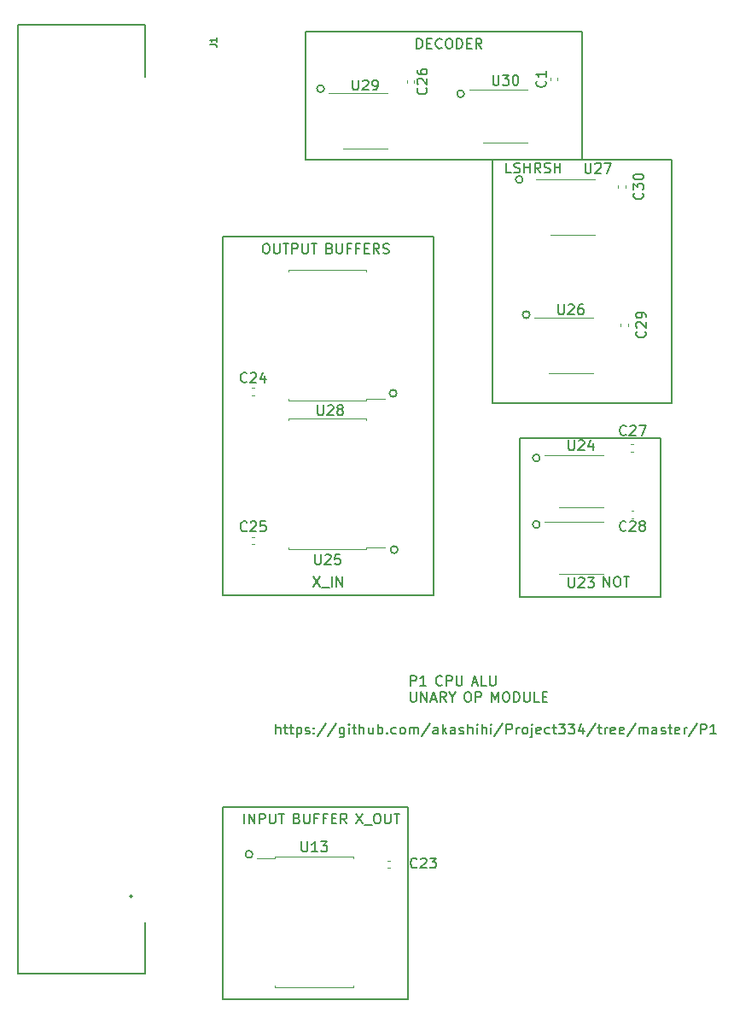
<source format=gbr>
%TF.GenerationSoftware,KiCad,Pcbnew,(7.0.0)*%
%TF.CreationDate,2023-12-30T21:58:10+02:00*%
%TF.ProjectId,alu,616c752e-6b69-4636-9164-5f7063625858,rev?*%
%TF.SameCoordinates,Original*%
%TF.FileFunction,Legend,Top*%
%TF.FilePolarity,Positive*%
%FSLAX46Y46*%
G04 Gerber Fmt 4.6, Leading zero omitted, Abs format (unit mm)*
G04 Created by KiCad (PCBNEW (7.0.0)) date 2023-12-30 21:58:10*
%MOMM*%
%LPD*%
G01*
G04 APERTURE LIST*
%ADD10C,0.150000*%
%ADD11C,0.200000*%
%ADD12C,0.120000*%
%ADD13C,0.127000*%
G04 APERTURE END LIST*
D10*
X55060555Y-111400000D02*
G75*
G03*
X55060555Y-111400000I-360555J0D01*
G01*
X83560555Y-78700000D02*
G75*
G03*
X83560555Y-78700000I-360555J0D01*
G01*
X83560555Y-72100000D02*
G75*
G03*
X83560555Y-72100000I-360555J0D01*
G01*
X69460555Y-81200000D02*
G75*
G03*
X69460555Y-81200000I-360555J0D01*
G01*
X69360555Y-65700000D02*
G75*
G03*
X69360555Y-65700000I-360555J0D01*
G01*
X82560555Y-57900000D02*
G75*
G03*
X82560555Y-57900000I-360555J0D01*
G01*
X81860555Y-44500000D02*
G75*
G03*
X81860555Y-44500000I-360555J0D01*
G01*
X76060555Y-36000000D02*
G75*
G03*
X76060555Y-36000000I-360555J0D01*
G01*
X62160555Y-35500000D02*
G75*
G03*
X62160555Y-35500000I-360555J0D01*
G01*
D11*
X78867000Y-42545000D02*
X96647000Y-42545000D01*
X96647000Y-42545000D02*
X96647000Y-66675000D01*
X96647000Y-66675000D02*
X78867000Y-66675000D01*
X78867000Y-66675000D02*
X78867000Y-42545000D01*
D10*
X60325000Y-29845000D02*
X87757000Y-29845000D01*
X87757000Y-29845000D02*
X87757000Y-42545000D01*
X87757000Y-42545000D02*
X60325000Y-42545000D01*
X60325000Y-42545000D02*
X60325000Y-29845000D01*
X52070000Y-50165000D02*
X73025000Y-50165000D01*
X73025000Y-50165000D02*
X73025000Y-85725000D01*
X73025000Y-85725000D02*
X52070000Y-85725000D01*
X52070000Y-85725000D02*
X52070000Y-50165000D01*
X52070000Y-106680000D02*
X70485000Y-106680000D01*
X70485000Y-106680000D02*
X70485000Y-125730000D01*
X70485000Y-125730000D02*
X52070000Y-125730000D01*
X52070000Y-125730000D02*
X52070000Y-106680000D01*
X81534000Y-70104000D02*
X95504000Y-70104000D01*
X95504000Y-70104000D02*
X95504000Y-85852000D01*
X95504000Y-85852000D02*
X81534000Y-85852000D01*
X81534000Y-85852000D02*
X81534000Y-70104000D01*
X57388095Y-99477380D02*
X57388095Y-98477380D01*
X57816666Y-99477380D02*
X57816666Y-98953571D01*
X57816666Y-98953571D02*
X57769047Y-98858333D01*
X57769047Y-98858333D02*
X57673809Y-98810714D01*
X57673809Y-98810714D02*
X57530952Y-98810714D01*
X57530952Y-98810714D02*
X57435714Y-98858333D01*
X57435714Y-98858333D02*
X57388095Y-98905952D01*
X58150000Y-98810714D02*
X58530952Y-98810714D01*
X58292857Y-98477380D02*
X58292857Y-99334523D01*
X58292857Y-99334523D02*
X58340476Y-99429761D01*
X58340476Y-99429761D02*
X58435714Y-99477380D01*
X58435714Y-99477380D02*
X58530952Y-99477380D01*
X58721429Y-98810714D02*
X59102381Y-98810714D01*
X58864286Y-98477380D02*
X58864286Y-99334523D01*
X58864286Y-99334523D02*
X58911905Y-99429761D01*
X58911905Y-99429761D02*
X59007143Y-99477380D01*
X59007143Y-99477380D02*
X59102381Y-99477380D01*
X59435715Y-98810714D02*
X59435715Y-99810714D01*
X59435715Y-98858333D02*
X59530953Y-98810714D01*
X59530953Y-98810714D02*
X59721429Y-98810714D01*
X59721429Y-98810714D02*
X59816667Y-98858333D01*
X59816667Y-98858333D02*
X59864286Y-98905952D01*
X59864286Y-98905952D02*
X59911905Y-99001190D01*
X59911905Y-99001190D02*
X59911905Y-99286904D01*
X59911905Y-99286904D02*
X59864286Y-99382142D01*
X59864286Y-99382142D02*
X59816667Y-99429761D01*
X59816667Y-99429761D02*
X59721429Y-99477380D01*
X59721429Y-99477380D02*
X59530953Y-99477380D01*
X59530953Y-99477380D02*
X59435715Y-99429761D01*
X60292858Y-99429761D02*
X60388096Y-99477380D01*
X60388096Y-99477380D02*
X60578572Y-99477380D01*
X60578572Y-99477380D02*
X60673810Y-99429761D01*
X60673810Y-99429761D02*
X60721429Y-99334523D01*
X60721429Y-99334523D02*
X60721429Y-99286904D01*
X60721429Y-99286904D02*
X60673810Y-99191666D01*
X60673810Y-99191666D02*
X60578572Y-99144047D01*
X60578572Y-99144047D02*
X60435715Y-99144047D01*
X60435715Y-99144047D02*
X60340477Y-99096428D01*
X60340477Y-99096428D02*
X60292858Y-99001190D01*
X60292858Y-99001190D02*
X60292858Y-98953571D01*
X60292858Y-98953571D02*
X60340477Y-98858333D01*
X60340477Y-98858333D02*
X60435715Y-98810714D01*
X60435715Y-98810714D02*
X60578572Y-98810714D01*
X60578572Y-98810714D02*
X60673810Y-98858333D01*
X61150001Y-99382142D02*
X61197620Y-99429761D01*
X61197620Y-99429761D02*
X61150001Y-99477380D01*
X61150001Y-99477380D02*
X61102382Y-99429761D01*
X61102382Y-99429761D02*
X61150001Y-99382142D01*
X61150001Y-99382142D02*
X61150001Y-99477380D01*
X61150001Y-98858333D02*
X61197620Y-98905952D01*
X61197620Y-98905952D02*
X61150001Y-98953571D01*
X61150001Y-98953571D02*
X61102382Y-98905952D01*
X61102382Y-98905952D02*
X61150001Y-98858333D01*
X61150001Y-98858333D02*
X61150001Y-98953571D01*
X62340476Y-98429761D02*
X61483334Y-99715476D01*
X63388095Y-98429761D02*
X62530953Y-99715476D01*
X64150000Y-98810714D02*
X64150000Y-99620238D01*
X64150000Y-99620238D02*
X64102381Y-99715476D01*
X64102381Y-99715476D02*
X64054762Y-99763095D01*
X64054762Y-99763095D02*
X63959524Y-99810714D01*
X63959524Y-99810714D02*
X63816667Y-99810714D01*
X63816667Y-99810714D02*
X63721429Y-99763095D01*
X64150000Y-99429761D02*
X64054762Y-99477380D01*
X64054762Y-99477380D02*
X63864286Y-99477380D01*
X63864286Y-99477380D02*
X63769048Y-99429761D01*
X63769048Y-99429761D02*
X63721429Y-99382142D01*
X63721429Y-99382142D02*
X63673810Y-99286904D01*
X63673810Y-99286904D02*
X63673810Y-99001190D01*
X63673810Y-99001190D02*
X63721429Y-98905952D01*
X63721429Y-98905952D02*
X63769048Y-98858333D01*
X63769048Y-98858333D02*
X63864286Y-98810714D01*
X63864286Y-98810714D02*
X64054762Y-98810714D01*
X64054762Y-98810714D02*
X64150000Y-98858333D01*
X64626191Y-99477380D02*
X64626191Y-98810714D01*
X64626191Y-98477380D02*
X64578572Y-98525000D01*
X64578572Y-98525000D02*
X64626191Y-98572619D01*
X64626191Y-98572619D02*
X64673810Y-98525000D01*
X64673810Y-98525000D02*
X64626191Y-98477380D01*
X64626191Y-98477380D02*
X64626191Y-98572619D01*
X64959524Y-98810714D02*
X65340476Y-98810714D01*
X65102381Y-98477380D02*
X65102381Y-99334523D01*
X65102381Y-99334523D02*
X65150000Y-99429761D01*
X65150000Y-99429761D02*
X65245238Y-99477380D01*
X65245238Y-99477380D02*
X65340476Y-99477380D01*
X65673810Y-99477380D02*
X65673810Y-98477380D01*
X66102381Y-99477380D02*
X66102381Y-98953571D01*
X66102381Y-98953571D02*
X66054762Y-98858333D01*
X66054762Y-98858333D02*
X65959524Y-98810714D01*
X65959524Y-98810714D02*
X65816667Y-98810714D01*
X65816667Y-98810714D02*
X65721429Y-98858333D01*
X65721429Y-98858333D02*
X65673810Y-98905952D01*
X67007143Y-98810714D02*
X67007143Y-99477380D01*
X66578572Y-98810714D02*
X66578572Y-99334523D01*
X66578572Y-99334523D02*
X66626191Y-99429761D01*
X66626191Y-99429761D02*
X66721429Y-99477380D01*
X66721429Y-99477380D02*
X66864286Y-99477380D01*
X66864286Y-99477380D02*
X66959524Y-99429761D01*
X66959524Y-99429761D02*
X67007143Y-99382142D01*
X67483334Y-99477380D02*
X67483334Y-98477380D01*
X67483334Y-98858333D02*
X67578572Y-98810714D01*
X67578572Y-98810714D02*
X67769048Y-98810714D01*
X67769048Y-98810714D02*
X67864286Y-98858333D01*
X67864286Y-98858333D02*
X67911905Y-98905952D01*
X67911905Y-98905952D02*
X67959524Y-99001190D01*
X67959524Y-99001190D02*
X67959524Y-99286904D01*
X67959524Y-99286904D02*
X67911905Y-99382142D01*
X67911905Y-99382142D02*
X67864286Y-99429761D01*
X67864286Y-99429761D02*
X67769048Y-99477380D01*
X67769048Y-99477380D02*
X67578572Y-99477380D01*
X67578572Y-99477380D02*
X67483334Y-99429761D01*
X68388096Y-99382142D02*
X68435715Y-99429761D01*
X68435715Y-99429761D02*
X68388096Y-99477380D01*
X68388096Y-99477380D02*
X68340477Y-99429761D01*
X68340477Y-99429761D02*
X68388096Y-99382142D01*
X68388096Y-99382142D02*
X68388096Y-99477380D01*
X69292857Y-99429761D02*
X69197619Y-99477380D01*
X69197619Y-99477380D02*
X69007143Y-99477380D01*
X69007143Y-99477380D02*
X68911905Y-99429761D01*
X68911905Y-99429761D02*
X68864286Y-99382142D01*
X68864286Y-99382142D02*
X68816667Y-99286904D01*
X68816667Y-99286904D02*
X68816667Y-99001190D01*
X68816667Y-99001190D02*
X68864286Y-98905952D01*
X68864286Y-98905952D02*
X68911905Y-98858333D01*
X68911905Y-98858333D02*
X69007143Y-98810714D01*
X69007143Y-98810714D02*
X69197619Y-98810714D01*
X69197619Y-98810714D02*
X69292857Y-98858333D01*
X69864286Y-99477380D02*
X69769048Y-99429761D01*
X69769048Y-99429761D02*
X69721429Y-99382142D01*
X69721429Y-99382142D02*
X69673810Y-99286904D01*
X69673810Y-99286904D02*
X69673810Y-99001190D01*
X69673810Y-99001190D02*
X69721429Y-98905952D01*
X69721429Y-98905952D02*
X69769048Y-98858333D01*
X69769048Y-98858333D02*
X69864286Y-98810714D01*
X69864286Y-98810714D02*
X70007143Y-98810714D01*
X70007143Y-98810714D02*
X70102381Y-98858333D01*
X70102381Y-98858333D02*
X70150000Y-98905952D01*
X70150000Y-98905952D02*
X70197619Y-99001190D01*
X70197619Y-99001190D02*
X70197619Y-99286904D01*
X70197619Y-99286904D02*
X70150000Y-99382142D01*
X70150000Y-99382142D02*
X70102381Y-99429761D01*
X70102381Y-99429761D02*
X70007143Y-99477380D01*
X70007143Y-99477380D02*
X69864286Y-99477380D01*
X70626191Y-99477380D02*
X70626191Y-98810714D01*
X70626191Y-98905952D02*
X70673810Y-98858333D01*
X70673810Y-98858333D02*
X70769048Y-98810714D01*
X70769048Y-98810714D02*
X70911905Y-98810714D01*
X70911905Y-98810714D02*
X71007143Y-98858333D01*
X71007143Y-98858333D02*
X71054762Y-98953571D01*
X71054762Y-98953571D02*
X71054762Y-99477380D01*
X71054762Y-98953571D02*
X71102381Y-98858333D01*
X71102381Y-98858333D02*
X71197619Y-98810714D01*
X71197619Y-98810714D02*
X71340476Y-98810714D01*
X71340476Y-98810714D02*
X71435715Y-98858333D01*
X71435715Y-98858333D02*
X71483334Y-98953571D01*
X71483334Y-98953571D02*
X71483334Y-99477380D01*
X72673809Y-98429761D02*
X71816667Y-99715476D01*
X73435714Y-99477380D02*
X73435714Y-98953571D01*
X73435714Y-98953571D02*
X73388095Y-98858333D01*
X73388095Y-98858333D02*
X73292857Y-98810714D01*
X73292857Y-98810714D02*
X73102381Y-98810714D01*
X73102381Y-98810714D02*
X73007143Y-98858333D01*
X73435714Y-99429761D02*
X73340476Y-99477380D01*
X73340476Y-99477380D02*
X73102381Y-99477380D01*
X73102381Y-99477380D02*
X73007143Y-99429761D01*
X73007143Y-99429761D02*
X72959524Y-99334523D01*
X72959524Y-99334523D02*
X72959524Y-99239285D01*
X72959524Y-99239285D02*
X73007143Y-99144047D01*
X73007143Y-99144047D02*
X73102381Y-99096428D01*
X73102381Y-99096428D02*
X73340476Y-99096428D01*
X73340476Y-99096428D02*
X73435714Y-99048809D01*
X73911905Y-99477380D02*
X73911905Y-98477380D01*
X74007143Y-99096428D02*
X74292857Y-99477380D01*
X74292857Y-98810714D02*
X73911905Y-99191666D01*
X75150000Y-99477380D02*
X75150000Y-98953571D01*
X75150000Y-98953571D02*
X75102381Y-98858333D01*
X75102381Y-98858333D02*
X75007143Y-98810714D01*
X75007143Y-98810714D02*
X74816667Y-98810714D01*
X74816667Y-98810714D02*
X74721429Y-98858333D01*
X75150000Y-99429761D02*
X75054762Y-99477380D01*
X75054762Y-99477380D02*
X74816667Y-99477380D01*
X74816667Y-99477380D02*
X74721429Y-99429761D01*
X74721429Y-99429761D02*
X74673810Y-99334523D01*
X74673810Y-99334523D02*
X74673810Y-99239285D01*
X74673810Y-99239285D02*
X74721429Y-99144047D01*
X74721429Y-99144047D02*
X74816667Y-99096428D01*
X74816667Y-99096428D02*
X75054762Y-99096428D01*
X75054762Y-99096428D02*
X75150000Y-99048809D01*
X75578572Y-99429761D02*
X75673810Y-99477380D01*
X75673810Y-99477380D02*
X75864286Y-99477380D01*
X75864286Y-99477380D02*
X75959524Y-99429761D01*
X75959524Y-99429761D02*
X76007143Y-99334523D01*
X76007143Y-99334523D02*
X76007143Y-99286904D01*
X76007143Y-99286904D02*
X75959524Y-99191666D01*
X75959524Y-99191666D02*
X75864286Y-99144047D01*
X75864286Y-99144047D02*
X75721429Y-99144047D01*
X75721429Y-99144047D02*
X75626191Y-99096428D01*
X75626191Y-99096428D02*
X75578572Y-99001190D01*
X75578572Y-99001190D02*
X75578572Y-98953571D01*
X75578572Y-98953571D02*
X75626191Y-98858333D01*
X75626191Y-98858333D02*
X75721429Y-98810714D01*
X75721429Y-98810714D02*
X75864286Y-98810714D01*
X75864286Y-98810714D02*
X75959524Y-98858333D01*
X76435715Y-99477380D02*
X76435715Y-98477380D01*
X76864286Y-99477380D02*
X76864286Y-98953571D01*
X76864286Y-98953571D02*
X76816667Y-98858333D01*
X76816667Y-98858333D02*
X76721429Y-98810714D01*
X76721429Y-98810714D02*
X76578572Y-98810714D01*
X76578572Y-98810714D02*
X76483334Y-98858333D01*
X76483334Y-98858333D02*
X76435715Y-98905952D01*
X77340477Y-99477380D02*
X77340477Y-98810714D01*
X77340477Y-98477380D02*
X77292858Y-98525000D01*
X77292858Y-98525000D02*
X77340477Y-98572619D01*
X77340477Y-98572619D02*
X77388096Y-98525000D01*
X77388096Y-98525000D02*
X77340477Y-98477380D01*
X77340477Y-98477380D02*
X77340477Y-98572619D01*
X77816667Y-99477380D02*
X77816667Y-98477380D01*
X78245238Y-99477380D02*
X78245238Y-98953571D01*
X78245238Y-98953571D02*
X78197619Y-98858333D01*
X78197619Y-98858333D02*
X78102381Y-98810714D01*
X78102381Y-98810714D02*
X77959524Y-98810714D01*
X77959524Y-98810714D02*
X77864286Y-98858333D01*
X77864286Y-98858333D02*
X77816667Y-98905952D01*
X78721429Y-99477380D02*
X78721429Y-98810714D01*
X78721429Y-98477380D02*
X78673810Y-98525000D01*
X78673810Y-98525000D02*
X78721429Y-98572619D01*
X78721429Y-98572619D02*
X78769048Y-98525000D01*
X78769048Y-98525000D02*
X78721429Y-98477380D01*
X78721429Y-98477380D02*
X78721429Y-98572619D01*
X79911904Y-98429761D02*
X79054762Y-99715476D01*
X80245238Y-99477380D02*
X80245238Y-98477380D01*
X80245238Y-98477380D02*
X80626190Y-98477380D01*
X80626190Y-98477380D02*
X80721428Y-98525000D01*
X80721428Y-98525000D02*
X80769047Y-98572619D01*
X80769047Y-98572619D02*
X80816666Y-98667857D01*
X80816666Y-98667857D02*
X80816666Y-98810714D01*
X80816666Y-98810714D02*
X80769047Y-98905952D01*
X80769047Y-98905952D02*
X80721428Y-98953571D01*
X80721428Y-98953571D02*
X80626190Y-99001190D01*
X80626190Y-99001190D02*
X80245238Y-99001190D01*
X81245238Y-99477380D02*
X81245238Y-98810714D01*
X81245238Y-99001190D02*
X81292857Y-98905952D01*
X81292857Y-98905952D02*
X81340476Y-98858333D01*
X81340476Y-98858333D02*
X81435714Y-98810714D01*
X81435714Y-98810714D02*
X81530952Y-98810714D01*
X82007143Y-99477380D02*
X81911905Y-99429761D01*
X81911905Y-99429761D02*
X81864286Y-99382142D01*
X81864286Y-99382142D02*
X81816667Y-99286904D01*
X81816667Y-99286904D02*
X81816667Y-99001190D01*
X81816667Y-99001190D02*
X81864286Y-98905952D01*
X81864286Y-98905952D02*
X81911905Y-98858333D01*
X81911905Y-98858333D02*
X82007143Y-98810714D01*
X82007143Y-98810714D02*
X82150000Y-98810714D01*
X82150000Y-98810714D02*
X82245238Y-98858333D01*
X82245238Y-98858333D02*
X82292857Y-98905952D01*
X82292857Y-98905952D02*
X82340476Y-99001190D01*
X82340476Y-99001190D02*
X82340476Y-99286904D01*
X82340476Y-99286904D02*
X82292857Y-99382142D01*
X82292857Y-99382142D02*
X82245238Y-99429761D01*
X82245238Y-99429761D02*
X82150000Y-99477380D01*
X82150000Y-99477380D02*
X82007143Y-99477380D01*
X82769048Y-98810714D02*
X82769048Y-99667857D01*
X82769048Y-99667857D02*
X82721429Y-99763095D01*
X82721429Y-99763095D02*
X82626191Y-99810714D01*
X82626191Y-99810714D02*
X82578572Y-99810714D01*
X82769048Y-98477380D02*
X82721429Y-98525000D01*
X82721429Y-98525000D02*
X82769048Y-98572619D01*
X82769048Y-98572619D02*
X82816667Y-98525000D01*
X82816667Y-98525000D02*
X82769048Y-98477380D01*
X82769048Y-98477380D02*
X82769048Y-98572619D01*
X83626190Y-99429761D02*
X83530952Y-99477380D01*
X83530952Y-99477380D02*
X83340476Y-99477380D01*
X83340476Y-99477380D02*
X83245238Y-99429761D01*
X83245238Y-99429761D02*
X83197619Y-99334523D01*
X83197619Y-99334523D02*
X83197619Y-98953571D01*
X83197619Y-98953571D02*
X83245238Y-98858333D01*
X83245238Y-98858333D02*
X83340476Y-98810714D01*
X83340476Y-98810714D02*
X83530952Y-98810714D01*
X83530952Y-98810714D02*
X83626190Y-98858333D01*
X83626190Y-98858333D02*
X83673809Y-98953571D01*
X83673809Y-98953571D02*
X83673809Y-99048809D01*
X83673809Y-99048809D02*
X83197619Y-99144047D01*
X84530952Y-99429761D02*
X84435714Y-99477380D01*
X84435714Y-99477380D02*
X84245238Y-99477380D01*
X84245238Y-99477380D02*
X84150000Y-99429761D01*
X84150000Y-99429761D02*
X84102381Y-99382142D01*
X84102381Y-99382142D02*
X84054762Y-99286904D01*
X84054762Y-99286904D02*
X84054762Y-99001190D01*
X84054762Y-99001190D02*
X84102381Y-98905952D01*
X84102381Y-98905952D02*
X84150000Y-98858333D01*
X84150000Y-98858333D02*
X84245238Y-98810714D01*
X84245238Y-98810714D02*
X84435714Y-98810714D01*
X84435714Y-98810714D02*
X84530952Y-98858333D01*
X84816667Y-98810714D02*
X85197619Y-98810714D01*
X84959524Y-98477380D02*
X84959524Y-99334523D01*
X84959524Y-99334523D02*
X85007143Y-99429761D01*
X85007143Y-99429761D02*
X85102381Y-99477380D01*
X85102381Y-99477380D02*
X85197619Y-99477380D01*
X85435715Y-98477380D02*
X86054762Y-98477380D01*
X86054762Y-98477380D02*
X85721429Y-98858333D01*
X85721429Y-98858333D02*
X85864286Y-98858333D01*
X85864286Y-98858333D02*
X85959524Y-98905952D01*
X85959524Y-98905952D02*
X86007143Y-98953571D01*
X86007143Y-98953571D02*
X86054762Y-99048809D01*
X86054762Y-99048809D02*
X86054762Y-99286904D01*
X86054762Y-99286904D02*
X86007143Y-99382142D01*
X86007143Y-99382142D02*
X85959524Y-99429761D01*
X85959524Y-99429761D02*
X85864286Y-99477380D01*
X85864286Y-99477380D02*
X85578572Y-99477380D01*
X85578572Y-99477380D02*
X85483334Y-99429761D01*
X85483334Y-99429761D02*
X85435715Y-99382142D01*
X86388096Y-98477380D02*
X87007143Y-98477380D01*
X87007143Y-98477380D02*
X86673810Y-98858333D01*
X86673810Y-98858333D02*
X86816667Y-98858333D01*
X86816667Y-98858333D02*
X86911905Y-98905952D01*
X86911905Y-98905952D02*
X86959524Y-98953571D01*
X86959524Y-98953571D02*
X87007143Y-99048809D01*
X87007143Y-99048809D02*
X87007143Y-99286904D01*
X87007143Y-99286904D02*
X86959524Y-99382142D01*
X86959524Y-99382142D02*
X86911905Y-99429761D01*
X86911905Y-99429761D02*
X86816667Y-99477380D01*
X86816667Y-99477380D02*
X86530953Y-99477380D01*
X86530953Y-99477380D02*
X86435715Y-99429761D01*
X86435715Y-99429761D02*
X86388096Y-99382142D01*
X87864286Y-98810714D02*
X87864286Y-99477380D01*
X87626191Y-98429761D02*
X87388096Y-99144047D01*
X87388096Y-99144047D02*
X88007143Y-99144047D01*
X89102381Y-98429761D02*
X88245239Y-99715476D01*
X89292858Y-98810714D02*
X89673810Y-98810714D01*
X89435715Y-98477380D02*
X89435715Y-99334523D01*
X89435715Y-99334523D02*
X89483334Y-99429761D01*
X89483334Y-99429761D02*
X89578572Y-99477380D01*
X89578572Y-99477380D02*
X89673810Y-99477380D01*
X90007144Y-99477380D02*
X90007144Y-98810714D01*
X90007144Y-99001190D02*
X90054763Y-98905952D01*
X90054763Y-98905952D02*
X90102382Y-98858333D01*
X90102382Y-98858333D02*
X90197620Y-98810714D01*
X90197620Y-98810714D02*
X90292858Y-98810714D01*
X91007144Y-99429761D02*
X90911906Y-99477380D01*
X90911906Y-99477380D02*
X90721430Y-99477380D01*
X90721430Y-99477380D02*
X90626192Y-99429761D01*
X90626192Y-99429761D02*
X90578573Y-99334523D01*
X90578573Y-99334523D02*
X90578573Y-98953571D01*
X90578573Y-98953571D02*
X90626192Y-98858333D01*
X90626192Y-98858333D02*
X90721430Y-98810714D01*
X90721430Y-98810714D02*
X90911906Y-98810714D01*
X90911906Y-98810714D02*
X91007144Y-98858333D01*
X91007144Y-98858333D02*
X91054763Y-98953571D01*
X91054763Y-98953571D02*
X91054763Y-99048809D01*
X91054763Y-99048809D02*
X90578573Y-99144047D01*
X91864287Y-99429761D02*
X91769049Y-99477380D01*
X91769049Y-99477380D02*
X91578573Y-99477380D01*
X91578573Y-99477380D02*
X91483335Y-99429761D01*
X91483335Y-99429761D02*
X91435716Y-99334523D01*
X91435716Y-99334523D02*
X91435716Y-98953571D01*
X91435716Y-98953571D02*
X91483335Y-98858333D01*
X91483335Y-98858333D02*
X91578573Y-98810714D01*
X91578573Y-98810714D02*
X91769049Y-98810714D01*
X91769049Y-98810714D02*
X91864287Y-98858333D01*
X91864287Y-98858333D02*
X91911906Y-98953571D01*
X91911906Y-98953571D02*
X91911906Y-99048809D01*
X91911906Y-99048809D02*
X91435716Y-99144047D01*
X93054763Y-98429761D02*
X92197621Y-99715476D01*
X93388097Y-99477380D02*
X93388097Y-98810714D01*
X93388097Y-98905952D02*
X93435716Y-98858333D01*
X93435716Y-98858333D02*
X93530954Y-98810714D01*
X93530954Y-98810714D02*
X93673811Y-98810714D01*
X93673811Y-98810714D02*
X93769049Y-98858333D01*
X93769049Y-98858333D02*
X93816668Y-98953571D01*
X93816668Y-98953571D02*
X93816668Y-99477380D01*
X93816668Y-98953571D02*
X93864287Y-98858333D01*
X93864287Y-98858333D02*
X93959525Y-98810714D01*
X93959525Y-98810714D02*
X94102382Y-98810714D01*
X94102382Y-98810714D02*
X94197621Y-98858333D01*
X94197621Y-98858333D02*
X94245240Y-98953571D01*
X94245240Y-98953571D02*
X94245240Y-99477380D01*
X95150001Y-99477380D02*
X95150001Y-98953571D01*
X95150001Y-98953571D02*
X95102382Y-98858333D01*
X95102382Y-98858333D02*
X95007144Y-98810714D01*
X95007144Y-98810714D02*
X94816668Y-98810714D01*
X94816668Y-98810714D02*
X94721430Y-98858333D01*
X95150001Y-99429761D02*
X95054763Y-99477380D01*
X95054763Y-99477380D02*
X94816668Y-99477380D01*
X94816668Y-99477380D02*
X94721430Y-99429761D01*
X94721430Y-99429761D02*
X94673811Y-99334523D01*
X94673811Y-99334523D02*
X94673811Y-99239285D01*
X94673811Y-99239285D02*
X94721430Y-99144047D01*
X94721430Y-99144047D02*
X94816668Y-99096428D01*
X94816668Y-99096428D02*
X95054763Y-99096428D01*
X95054763Y-99096428D02*
X95150001Y-99048809D01*
X95578573Y-99429761D02*
X95673811Y-99477380D01*
X95673811Y-99477380D02*
X95864287Y-99477380D01*
X95864287Y-99477380D02*
X95959525Y-99429761D01*
X95959525Y-99429761D02*
X96007144Y-99334523D01*
X96007144Y-99334523D02*
X96007144Y-99286904D01*
X96007144Y-99286904D02*
X95959525Y-99191666D01*
X95959525Y-99191666D02*
X95864287Y-99144047D01*
X95864287Y-99144047D02*
X95721430Y-99144047D01*
X95721430Y-99144047D02*
X95626192Y-99096428D01*
X95626192Y-99096428D02*
X95578573Y-99001190D01*
X95578573Y-99001190D02*
X95578573Y-98953571D01*
X95578573Y-98953571D02*
X95626192Y-98858333D01*
X95626192Y-98858333D02*
X95721430Y-98810714D01*
X95721430Y-98810714D02*
X95864287Y-98810714D01*
X95864287Y-98810714D02*
X95959525Y-98858333D01*
X96292859Y-98810714D02*
X96673811Y-98810714D01*
X96435716Y-98477380D02*
X96435716Y-99334523D01*
X96435716Y-99334523D02*
X96483335Y-99429761D01*
X96483335Y-99429761D02*
X96578573Y-99477380D01*
X96578573Y-99477380D02*
X96673811Y-99477380D01*
X97388097Y-99429761D02*
X97292859Y-99477380D01*
X97292859Y-99477380D02*
X97102383Y-99477380D01*
X97102383Y-99477380D02*
X97007145Y-99429761D01*
X97007145Y-99429761D02*
X96959526Y-99334523D01*
X96959526Y-99334523D02*
X96959526Y-98953571D01*
X96959526Y-98953571D02*
X97007145Y-98858333D01*
X97007145Y-98858333D02*
X97102383Y-98810714D01*
X97102383Y-98810714D02*
X97292859Y-98810714D01*
X97292859Y-98810714D02*
X97388097Y-98858333D01*
X97388097Y-98858333D02*
X97435716Y-98953571D01*
X97435716Y-98953571D02*
X97435716Y-99048809D01*
X97435716Y-99048809D02*
X96959526Y-99144047D01*
X97864288Y-99477380D02*
X97864288Y-98810714D01*
X97864288Y-99001190D02*
X97911907Y-98905952D01*
X97911907Y-98905952D02*
X97959526Y-98858333D01*
X97959526Y-98858333D02*
X98054764Y-98810714D01*
X98054764Y-98810714D02*
X98150002Y-98810714D01*
X99197621Y-98429761D02*
X98340479Y-99715476D01*
X99530955Y-99477380D02*
X99530955Y-98477380D01*
X99530955Y-98477380D02*
X99911907Y-98477380D01*
X99911907Y-98477380D02*
X100007145Y-98525000D01*
X100007145Y-98525000D02*
X100054764Y-98572619D01*
X100054764Y-98572619D02*
X100102383Y-98667857D01*
X100102383Y-98667857D02*
X100102383Y-98810714D01*
X100102383Y-98810714D02*
X100054764Y-98905952D01*
X100054764Y-98905952D02*
X100007145Y-98953571D01*
X100007145Y-98953571D02*
X99911907Y-99001190D01*
X99911907Y-99001190D02*
X99530955Y-99001190D01*
X101054764Y-99477380D02*
X100483336Y-99477380D01*
X100769050Y-99477380D02*
X100769050Y-98477380D01*
X100769050Y-98477380D02*
X100673812Y-98620238D01*
X100673812Y-98620238D02*
X100578574Y-98715476D01*
X100578574Y-98715476D02*
X100483336Y-98763095D01*
X89900095Y-84872380D02*
X89900095Y-83872380D01*
X89900095Y-83872380D02*
X90471523Y-84872380D01*
X90471523Y-84872380D02*
X90471523Y-83872380D01*
X91138190Y-83872380D02*
X91328666Y-83872380D01*
X91328666Y-83872380D02*
X91423904Y-83920000D01*
X91423904Y-83920000D02*
X91519142Y-84015238D01*
X91519142Y-84015238D02*
X91566761Y-84205714D01*
X91566761Y-84205714D02*
X91566761Y-84539047D01*
X91566761Y-84539047D02*
X91519142Y-84729523D01*
X91519142Y-84729523D02*
X91423904Y-84824761D01*
X91423904Y-84824761D02*
X91328666Y-84872380D01*
X91328666Y-84872380D02*
X91138190Y-84872380D01*
X91138190Y-84872380D02*
X91042952Y-84824761D01*
X91042952Y-84824761D02*
X90947714Y-84729523D01*
X90947714Y-84729523D02*
X90900095Y-84539047D01*
X90900095Y-84539047D02*
X90900095Y-84205714D01*
X90900095Y-84205714D02*
X90947714Y-84015238D01*
X90947714Y-84015238D02*
X91042952Y-83920000D01*
X91042952Y-83920000D02*
X91138190Y-83872380D01*
X91852476Y-83872380D02*
X92423904Y-83872380D01*
X92138190Y-84872380D02*
X92138190Y-83872380D01*
X71358095Y-31532380D02*
X71358095Y-30532380D01*
X71358095Y-30532380D02*
X71596190Y-30532380D01*
X71596190Y-30532380D02*
X71739047Y-30580000D01*
X71739047Y-30580000D02*
X71834285Y-30675238D01*
X71834285Y-30675238D02*
X71881904Y-30770476D01*
X71881904Y-30770476D02*
X71929523Y-30960952D01*
X71929523Y-30960952D02*
X71929523Y-31103809D01*
X71929523Y-31103809D02*
X71881904Y-31294285D01*
X71881904Y-31294285D02*
X71834285Y-31389523D01*
X71834285Y-31389523D02*
X71739047Y-31484761D01*
X71739047Y-31484761D02*
X71596190Y-31532380D01*
X71596190Y-31532380D02*
X71358095Y-31532380D01*
X72358095Y-31008571D02*
X72691428Y-31008571D01*
X72834285Y-31532380D02*
X72358095Y-31532380D01*
X72358095Y-31532380D02*
X72358095Y-30532380D01*
X72358095Y-30532380D02*
X72834285Y-30532380D01*
X73834285Y-31437142D02*
X73786666Y-31484761D01*
X73786666Y-31484761D02*
X73643809Y-31532380D01*
X73643809Y-31532380D02*
X73548571Y-31532380D01*
X73548571Y-31532380D02*
X73405714Y-31484761D01*
X73405714Y-31484761D02*
X73310476Y-31389523D01*
X73310476Y-31389523D02*
X73262857Y-31294285D01*
X73262857Y-31294285D02*
X73215238Y-31103809D01*
X73215238Y-31103809D02*
X73215238Y-30960952D01*
X73215238Y-30960952D02*
X73262857Y-30770476D01*
X73262857Y-30770476D02*
X73310476Y-30675238D01*
X73310476Y-30675238D02*
X73405714Y-30580000D01*
X73405714Y-30580000D02*
X73548571Y-30532380D01*
X73548571Y-30532380D02*
X73643809Y-30532380D01*
X73643809Y-30532380D02*
X73786666Y-30580000D01*
X73786666Y-30580000D02*
X73834285Y-30627619D01*
X74453333Y-30532380D02*
X74643809Y-30532380D01*
X74643809Y-30532380D02*
X74739047Y-30580000D01*
X74739047Y-30580000D02*
X74834285Y-30675238D01*
X74834285Y-30675238D02*
X74881904Y-30865714D01*
X74881904Y-30865714D02*
X74881904Y-31199047D01*
X74881904Y-31199047D02*
X74834285Y-31389523D01*
X74834285Y-31389523D02*
X74739047Y-31484761D01*
X74739047Y-31484761D02*
X74643809Y-31532380D01*
X74643809Y-31532380D02*
X74453333Y-31532380D01*
X74453333Y-31532380D02*
X74358095Y-31484761D01*
X74358095Y-31484761D02*
X74262857Y-31389523D01*
X74262857Y-31389523D02*
X74215238Y-31199047D01*
X74215238Y-31199047D02*
X74215238Y-30865714D01*
X74215238Y-30865714D02*
X74262857Y-30675238D01*
X74262857Y-30675238D02*
X74358095Y-30580000D01*
X74358095Y-30580000D02*
X74453333Y-30532380D01*
X75310476Y-31532380D02*
X75310476Y-30532380D01*
X75310476Y-30532380D02*
X75548571Y-30532380D01*
X75548571Y-30532380D02*
X75691428Y-30580000D01*
X75691428Y-30580000D02*
X75786666Y-30675238D01*
X75786666Y-30675238D02*
X75834285Y-30770476D01*
X75834285Y-30770476D02*
X75881904Y-30960952D01*
X75881904Y-30960952D02*
X75881904Y-31103809D01*
X75881904Y-31103809D02*
X75834285Y-31294285D01*
X75834285Y-31294285D02*
X75786666Y-31389523D01*
X75786666Y-31389523D02*
X75691428Y-31484761D01*
X75691428Y-31484761D02*
X75548571Y-31532380D01*
X75548571Y-31532380D02*
X75310476Y-31532380D01*
X76310476Y-31008571D02*
X76643809Y-31008571D01*
X76786666Y-31532380D02*
X76310476Y-31532380D01*
X76310476Y-31532380D02*
X76310476Y-30532380D01*
X76310476Y-30532380D02*
X76786666Y-30532380D01*
X77786666Y-31532380D02*
X77453333Y-31056190D01*
X77215238Y-31532380D02*
X77215238Y-30532380D01*
X77215238Y-30532380D02*
X77596190Y-30532380D01*
X77596190Y-30532380D02*
X77691428Y-30580000D01*
X77691428Y-30580000D02*
X77739047Y-30627619D01*
X77739047Y-30627619D02*
X77786666Y-30722857D01*
X77786666Y-30722857D02*
X77786666Y-30865714D01*
X77786666Y-30865714D02*
X77739047Y-30960952D01*
X77739047Y-30960952D02*
X77691428Y-31008571D01*
X77691428Y-31008571D02*
X77596190Y-31056190D01*
X77596190Y-31056190D02*
X77215238Y-31056190D01*
X70723095Y-94682380D02*
X70723095Y-93682380D01*
X70723095Y-93682380D02*
X71104047Y-93682380D01*
X71104047Y-93682380D02*
X71199285Y-93730000D01*
X71199285Y-93730000D02*
X71246904Y-93777619D01*
X71246904Y-93777619D02*
X71294523Y-93872857D01*
X71294523Y-93872857D02*
X71294523Y-94015714D01*
X71294523Y-94015714D02*
X71246904Y-94110952D01*
X71246904Y-94110952D02*
X71199285Y-94158571D01*
X71199285Y-94158571D02*
X71104047Y-94206190D01*
X71104047Y-94206190D02*
X70723095Y-94206190D01*
X72246904Y-94682380D02*
X71675476Y-94682380D01*
X71961190Y-94682380D02*
X71961190Y-93682380D01*
X71961190Y-93682380D02*
X71865952Y-93825238D01*
X71865952Y-93825238D02*
X71770714Y-93920476D01*
X71770714Y-93920476D02*
X71675476Y-93968095D01*
X73846904Y-94587142D02*
X73799285Y-94634761D01*
X73799285Y-94634761D02*
X73656428Y-94682380D01*
X73656428Y-94682380D02*
X73561190Y-94682380D01*
X73561190Y-94682380D02*
X73418333Y-94634761D01*
X73418333Y-94634761D02*
X73323095Y-94539523D01*
X73323095Y-94539523D02*
X73275476Y-94444285D01*
X73275476Y-94444285D02*
X73227857Y-94253809D01*
X73227857Y-94253809D02*
X73227857Y-94110952D01*
X73227857Y-94110952D02*
X73275476Y-93920476D01*
X73275476Y-93920476D02*
X73323095Y-93825238D01*
X73323095Y-93825238D02*
X73418333Y-93730000D01*
X73418333Y-93730000D02*
X73561190Y-93682380D01*
X73561190Y-93682380D02*
X73656428Y-93682380D01*
X73656428Y-93682380D02*
X73799285Y-93730000D01*
X73799285Y-93730000D02*
X73846904Y-93777619D01*
X74275476Y-94682380D02*
X74275476Y-93682380D01*
X74275476Y-93682380D02*
X74656428Y-93682380D01*
X74656428Y-93682380D02*
X74751666Y-93730000D01*
X74751666Y-93730000D02*
X74799285Y-93777619D01*
X74799285Y-93777619D02*
X74846904Y-93872857D01*
X74846904Y-93872857D02*
X74846904Y-94015714D01*
X74846904Y-94015714D02*
X74799285Y-94110952D01*
X74799285Y-94110952D02*
X74751666Y-94158571D01*
X74751666Y-94158571D02*
X74656428Y-94206190D01*
X74656428Y-94206190D02*
X74275476Y-94206190D01*
X75275476Y-93682380D02*
X75275476Y-94491904D01*
X75275476Y-94491904D02*
X75323095Y-94587142D01*
X75323095Y-94587142D02*
X75370714Y-94634761D01*
X75370714Y-94634761D02*
X75465952Y-94682380D01*
X75465952Y-94682380D02*
X75656428Y-94682380D01*
X75656428Y-94682380D02*
X75751666Y-94634761D01*
X75751666Y-94634761D02*
X75799285Y-94587142D01*
X75799285Y-94587142D02*
X75846904Y-94491904D01*
X75846904Y-94491904D02*
X75846904Y-93682380D01*
X76875476Y-94396666D02*
X77351666Y-94396666D01*
X76780238Y-94682380D02*
X77113571Y-93682380D01*
X77113571Y-93682380D02*
X77446904Y-94682380D01*
X78256428Y-94682380D02*
X77780238Y-94682380D01*
X77780238Y-94682380D02*
X77780238Y-93682380D01*
X78589762Y-93682380D02*
X78589762Y-94491904D01*
X78589762Y-94491904D02*
X78637381Y-94587142D01*
X78637381Y-94587142D02*
X78685000Y-94634761D01*
X78685000Y-94634761D02*
X78780238Y-94682380D01*
X78780238Y-94682380D02*
X78970714Y-94682380D01*
X78970714Y-94682380D02*
X79065952Y-94634761D01*
X79065952Y-94634761D02*
X79113571Y-94587142D01*
X79113571Y-94587142D02*
X79161190Y-94491904D01*
X79161190Y-94491904D02*
X79161190Y-93682380D01*
X70723095Y-95302380D02*
X70723095Y-96111904D01*
X70723095Y-96111904D02*
X70770714Y-96207142D01*
X70770714Y-96207142D02*
X70818333Y-96254761D01*
X70818333Y-96254761D02*
X70913571Y-96302380D01*
X70913571Y-96302380D02*
X71104047Y-96302380D01*
X71104047Y-96302380D02*
X71199285Y-96254761D01*
X71199285Y-96254761D02*
X71246904Y-96207142D01*
X71246904Y-96207142D02*
X71294523Y-96111904D01*
X71294523Y-96111904D02*
X71294523Y-95302380D01*
X71770714Y-96302380D02*
X71770714Y-95302380D01*
X71770714Y-95302380D02*
X72342142Y-96302380D01*
X72342142Y-96302380D02*
X72342142Y-95302380D01*
X72770714Y-96016666D02*
X73246904Y-96016666D01*
X72675476Y-96302380D02*
X73008809Y-95302380D01*
X73008809Y-95302380D02*
X73342142Y-96302380D01*
X74246904Y-96302380D02*
X73913571Y-95826190D01*
X73675476Y-96302380D02*
X73675476Y-95302380D01*
X73675476Y-95302380D02*
X74056428Y-95302380D01*
X74056428Y-95302380D02*
X74151666Y-95350000D01*
X74151666Y-95350000D02*
X74199285Y-95397619D01*
X74199285Y-95397619D02*
X74246904Y-95492857D01*
X74246904Y-95492857D02*
X74246904Y-95635714D01*
X74246904Y-95635714D02*
X74199285Y-95730952D01*
X74199285Y-95730952D02*
X74151666Y-95778571D01*
X74151666Y-95778571D02*
X74056428Y-95826190D01*
X74056428Y-95826190D02*
X73675476Y-95826190D01*
X74865952Y-95826190D02*
X74865952Y-96302380D01*
X74532619Y-95302380D02*
X74865952Y-95826190D01*
X74865952Y-95826190D02*
X75199285Y-95302380D01*
X76323095Y-95302380D02*
X76513571Y-95302380D01*
X76513571Y-95302380D02*
X76608809Y-95350000D01*
X76608809Y-95350000D02*
X76704047Y-95445238D01*
X76704047Y-95445238D02*
X76751666Y-95635714D01*
X76751666Y-95635714D02*
X76751666Y-95969047D01*
X76751666Y-95969047D02*
X76704047Y-96159523D01*
X76704047Y-96159523D02*
X76608809Y-96254761D01*
X76608809Y-96254761D02*
X76513571Y-96302380D01*
X76513571Y-96302380D02*
X76323095Y-96302380D01*
X76323095Y-96302380D02*
X76227857Y-96254761D01*
X76227857Y-96254761D02*
X76132619Y-96159523D01*
X76132619Y-96159523D02*
X76085000Y-95969047D01*
X76085000Y-95969047D02*
X76085000Y-95635714D01*
X76085000Y-95635714D02*
X76132619Y-95445238D01*
X76132619Y-95445238D02*
X76227857Y-95350000D01*
X76227857Y-95350000D02*
X76323095Y-95302380D01*
X77180238Y-96302380D02*
X77180238Y-95302380D01*
X77180238Y-95302380D02*
X77561190Y-95302380D01*
X77561190Y-95302380D02*
X77656428Y-95350000D01*
X77656428Y-95350000D02*
X77704047Y-95397619D01*
X77704047Y-95397619D02*
X77751666Y-95492857D01*
X77751666Y-95492857D02*
X77751666Y-95635714D01*
X77751666Y-95635714D02*
X77704047Y-95730952D01*
X77704047Y-95730952D02*
X77656428Y-95778571D01*
X77656428Y-95778571D02*
X77561190Y-95826190D01*
X77561190Y-95826190D02*
X77180238Y-95826190D01*
X78780238Y-96302380D02*
X78780238Y-95302380D01*
X78780238Y-95302380D02*
X79113571Y-96016666D01*
X79113571Y-96016666D02*
X79446904Y-95302380D01*
X79446904Y-95302380D02*
X79446904Y-96302380D01*
X80113571Y-95302380D02*
X80304047Y-95302380D01*
X80304047Y-95302380D02*
X80399285Y-95350000D01*
X80399285Y-95350000D02*
X80494523Y-95445238D01*
X80494523Y-95445238D02*
X80542142Y-95635714D01*
X80542142Y-95635714D02*
X80542142Y-95969047D01*
X80542142Y-95969047D02*
X80494523Y-96159523D01*
X80494523Y-96159523D02*
X80399285Y-96254761D01*
X80399285Y-96254761D02*
X80304047Y-96302380D01*
X80304047Y-96302380D02*
X80113571Y-96302380D01*
X80113571Y-96302380D02*
X80018333Y-96254761D01*
X80018333Y-96254761D02*
X79923095Y-96159523D01*
X79923095Y-96159523D02*
X79875476Y-95969047D01*
X79875476Y-95969047D02*
X79875476Y-95635714D01*
X79875476Y-95635714D02*
X79923095Y-95445238D01*
X79923095Y-95445238D02*
X80018333Y-95350000D01*
X80018333Y-95350000D02*
X80113571Y-95302380D01*
X80970714Y-96302380D02*
X80970714Y-95302380D01*
X80970714Y-95302380D02*
X81208809Y-95302380D01*
X81208809Y-95302380D02*
X81351666Y-95350000D01*
X81351666Y-95350000D02*
X81446904Y-95445238D01*
X81446904Y-95445238D02*
X81494523Y-95540476D01*
X81494523Y-95540476D02*
X81542142Y-95730952D01*
X81542142Y-95730952D02*
X81542142Y-95873809D01*
X81542142Y-95873809D02*
X81494523Y-96064285D01*
X81494523Y-96064285D02*
X81446904Y-96159523D01*
X81446904Y-96159523D02*
X81351666Y-96254761D01*
X81351666Y-96254761D02*
X81208809Y-96302380D01*
X81208809Y-96302380D02*
X80970714Y-96302380D01*
X81970714Y-95302380D02*
X81970714Y-96111904D01*
X81970714Y-96111904D02*
X82018333Y-96207142D01*
X82018333Y-96207142D02*
X82065952Y-96254761D01*
X82065952Y-96254761D02*
X82161190Y-96302380D01*
X82161190Y-96302380D02*
X82351666Y-96302380D01*
X82351666Y-96302380D02*
X82446904Y-96254761D01*
X82446904Y-96254761D02*
X82494523Y-96207142D01*
X82494523Y-96207142D02*
X82542142Y-96111904D01*
X82542142Y-96111904D02*
X82542142Y-95302380D01*
X83494523Y-96302380D02*
X83018333Y-96302380D01*
X83018333Y-96302380D02*
X83018333Y-95302380D01*
X83827857Y-95778571D02*
X84161190Y-95778571D01*
X84304047Y-96302380D02*
X83827857Y-96302380D01*
X83827857Y-96302380D02*
X83827857Y-95302380D01*
X83827857Y-95302380D02*
X84304047Y-95302380D01*
X80724285Y-43851380D02*
X80248095Y-43851380D01*
X80248095Y-43851380D02*
X80248095Y-42851380D01*
X81010000Y-43803761D02*
X81152857Y-43851380D01*
X81152857Y-43851380D02*
X81390952Y-43851380D01*
X81390952Y-43851380D02*
X81486190Y-43803761D01*
X81486190Y-43803761D02*
X81533809Y-43756142D01*
X81533809Y-43756142D02*
X81581428Y-43660904D01*
X81581428Y-43660904D02*
X81581428Y-43565666D01*
X81581428Y-43565666D02*
X81533809Y-43470428D01*
X81533809Y-43470428D02*
X81486190Y-43422809D01*
X81486190Y-43422809D02*
X81390952Y-43375190D01*
X81390952Y-43375190D02*
X81200476Y-43327571D01*
X81200476Y-43327571D02*
X81105238Y-43279952D01*
X81105238Y-43279952D02*
X81057619Y-43232333D01*
X81057619Y-43232333D02*
X81010000Y-43137095D01*
X81010000Y-43137095D02*
X81010000Y-43041857D01*
X81010000Y-43041857D02*
X81057619Y-42946619D01*
X81057619Y-42946619D02*
X81105238Y-42899000D01*
X81105238Y-42899000D02*
X81200476Y-42851380D01*
X81200476Y-42851380D02*
X81438571Y-42851380D01*
X81438571Y-42851380D02*
X81581428Y-42899000D01*
X82010000Y-43851380D02*
X82010000Y-42851380D01*
X82010000Y-43327571D02*
X82581428Y-43327571D01*
X82581428Y-43851380D02*
X82581428Y-42851380D01*
X83629047Y-43851380D02*
X83295714Y-43375190D01*
X83057619Y-43851380D02*
X83057619Y-42851380D01*
X83057619Y-42851380D02*
X83438571Y-42851380D01*
X83438571Y-42851380D02*
X83533809Y-42899000D01*
X83533809Y-42899000D02*
X83581428Y-42946619D01*
X83581428Y-42946619D02*
X83629047Y-43041857D01*
X83629047Y-43041857D02*
X83629047Y-43184714D01*
X83629047Y-43184714D02*
X83581428Y-43279952D01*
X83581428Y-43279952D02*
X83533809Y-43327571D01*
X83533809Y-43327571D02*
X83438571Y-43375190D01*
X83438571Y-43375190D02*
X83057619Y-43375190D01*
X84010000Y-43803761D02*
X84152857Y-43851380D01*
X84152857Y-43851380D02*
X84390952Y-43851380D01*
X84390952Y-43851380D02*
X84486190Y-43803761D01*
X84486190Y-43803761D02*
X84533809Y-43756142D01*
X84533809Y-43756142D02*
X84581428Y-43660904D01*
X84581428Y-43660904D02*
X84581428Y-43565666D01*
X84581428Y-43565666D02*
X84533809Y-43470428D01*
X84533809Y-43470428D02*
X84486190Y-43422809D01*
X84486190Y-43422809D02*
X84390952Y-43375190D01*
X84390952Y-43375190D02*
X84200476Y-43327571D01*
X84200476Y-43327571D02*
X84105238Y-43279952D01*
X84105238Y-43279952D02*
X84057619Y-43232333D01*
X84057619Y-43232333D02*
X84010000Y-43137095D01*
X84010000Y-43137095D02*
X84010000Y-43041857D01*
X84010000Y-43041857D02*
X84057619Y-42946619D01*
X84057619Y-42946619D02*
X84105238Y-42899000D01*
X84105238Y-42899000D02*
X84200476Y-42851380D01*
X84200476Y-42851380D02*
X84438571Y-42851380D01*
X84438571Y-42851380D02*
X84581428Y-42899000D01*
X85010000Y-43851380D02*
X85010000Y-42851380D01*
X85010000Y-43327571D02*
X85581428Y-43327571D01*
X85581428Y-43851380D02*
X85581428Y-42851380D01*
X61102857Y-83872380D02*
X61769523Y-84872380D01*
X61769523Y-83872380D02*
X61102857Y-84872380D01*
X61912381Y-84967619D02*
X62674285Y-84967619D01*
X62912381Y-84872380D02*
X62912381Y-83872380D01*
X63388571Y-84872380D02*
X63388571Y-83872380D01*
X63388571Y-83872380D02*
X63959999Y-84872380D01*
X63959999Y-84872380D02*
X63959999Y-83872380D01*
X56308571Y-50852380D02*
X56499047Y-50852380D01*
X56499047Y-50852380D02*
X56594285Y-50900000D01*
X56594285Y-50900000D02*
X56689523Y-50995238D01*
X56689523Y-50995238D02*
X56737142Y-51185714D01*
X56737142Y-51185714D02*
X56737142Y-51519047D01*
X56737142Y-51519047D02*
X56689523Y-51709523D01*
X56689523Y-51709523D02*
X56594285Y-51804761D01*
X56594285Y-51804761D02*
X56499047Y-51852380D01*
X56499047Y-51852380D02*
X56308571Y-51852380D01*
X56308571Y-51852380D02*
X56213333Y-51804761D01*
X56213333Y-51804761D02*
X56118095Y-51709523D01*
X56118095Y-51709523D02*
X56070476Y-51519047D01*
X56070476Y-51519047D02*
X56070476Y-51185714D01*
X56070476Y-51185714D02*
X56118095Y-50995238D01*
X56118095Y-50995238D02*
X56213333Y-50900000D01*
X56213333Y-50900000D02*
X56308571Y-50852380D01*
X57165714Y-50852380D02*
X57165714Y-51661904D01*
X57165714Y-51661904D02*
X57213333Y-51757142D01*
X57213333Y-51757142D02*
X57260952Y-51804761D01*
X57260952Y-51804761D02*
X57356190Y-51852380D01*
X57356190Y-51852380D02*
X57546666Y-51852380D01*
X57546666Y-51852380D02*
X57641904Y-51804761D01*
X57641904Y-51804761D02*
X57689523Y-51757142D01*
X57689523Y-51757142D02*
X57737142Y-51661904D01*
X57737142Y-51661904D02*
X57737142Y-50852380D01*
X58070476Y-50852380D02*
X58641904Y-50852380D01*
X58356190Y-51852380D02*
X58356190Y-50852380D01*
X58975238Y-51852380D02*
X58975238Y-50852380D01*
X58975238Y-50852380D02*
X59356190Y-50852380D01*
X59356190Y-50852380D02*
X59451428Y-50900000D01*
X59451428Y-50900000D02*
X59499047Y-50947619D01*
X59499047Y-50947619D02*
X59546666Y-51042857D01*
X59546666Y-51042857D02*
X59546666Y-51185714D01*
X59546666Y-51185714D02*
X59499047Y-51280952D01*
X59499047Y-51280952D02*
X59451428Y-51328571D01*
X59451428Y-51328571D02*
X59356190Y-51376190D01*
X59356190Y-51376190D02*
X58975238Y-51376190D01*
X59975238Y-50852380D02*
X59975238Y-51661904D01*
X59975238Y-51661904D02*
X60022857Y-51757142D01*
X60022857Y-51757142D02*
X60070476Y-51804761D01*
X60070476Y-51804761D02*
X60165714Y-51852380D01*
X60165714Y-51852380D02*
X60356190Y-51852380D01*
X60356190Y-51852380D02*
X60451428Y-51804761D01*
X60451428Y-51804761D02*
X60499047Y-51757142D01*
X60499047Y-51757142D02*
X60546666Y-51661904D01*
X60546666Y-51661904D02*
X60546666Y-50852380D01*
X60880000Y-50852380D02*
X61451428Y-50852380D01*
X61165714Y-51852380D02*
X61165714Y-50852380D01*
X62718095Y-51328571D02*
X62860952Y-51376190D01*
X62860952Y-51376190D02*
X62908571Y-51423809D01*
X62908571Y-51423809D02*
X62956190Y-51519047D01*
X62956190Y-51519047D02*
X62956190Y-51661904D01*
X62956190Y-51661904D02*
X62908571Y-51757142D01*
X62908571Y-51757142D02*
X62860952Y-51804761D01*
X62860952Y-51804761D02*
X62765714Y-51852380D01*
X62765714Y-51852380D02*
X62384762Y-51852380D01*
X62384762Y-51852380D02*
X62384762Y-50852380D01*
X62384762Y-50852380D02*
X62718095Y-50852380D01*
X62718095Y-50852380D02*
X62813333Y-50900000D01*
X62813333Y-50900000D02*
X62860952Y-50947619D01*
X62860952Y-50947619D02*
X62908571Y-51042857D01*
X62908571Y-51042857D02*
X62908571Y-51138095D01*
X62908571Y-51138095D02*
X62860952Y-51233333D01*
X62860952Y-51233333D02*
X62813333Y-51280952D01*
X62813333Y-51280952D02*
X62718095Y-51328571D01*
X62718095Y-51328571D02*
X62384762Y-51328571D01*
X63384762Y-50852380D02*
X63384762Y-51661904D01*
X63384762Y-51661904D02*
X63432381Y-51757142D01*
X63432381Y-51757142D02*
X63480000Y-51804761D01*
X63480000Y-51804761D02*
X63575238Y-51852380D01*
X63575238Y-51852380D02*
X63765714Y-51852380D01*
X63765714Y-51852380D02*
X63860952Y-51804761D01*
X63860952Y-51804761D02*
X63908571Y-51757142D01*
X63908571Y-51757142D02*
X63956190Y-51661904D01*
X63956190Y-51661904D02*
X63956190Y-50852380D01*
X64765714Y-51328571D02*
X64432381Y-51328571D01*
X64432381Y-51852380D02*
X64432381Y-50852380D01*
X64432381Y-50852380D02*
X64908571Y-50852380D01*
X65622857Y-51328571D02*
X65289524Y-51328571D01*
X65289524Y-51852380D02*
X65289524Y-50852380D01*
X65289524Y-50852380D02*
X65765714Y-50852380D01*
X66146667Y-51328571D02*
X66480000Y-51328571D01*
X66622857Y-51852380D02*
X66146667Y-51852380D01*
X66146667Y-51852380D02*
X66146667Y-50852380D01*
X66146667Y-50852380D02*
X66622857Y-50852380D01*
X67622857Y-51852380D02*
X67289524Y-51376190D01*
X67051429Y-51852380D02*
X67051429Y-50852380D01*
X67051429Y-50852380D02*
X67432381Y-50852380D01*
X67432381Y-50852380D02*
X67527619Y-50900000D01*
X67527619Y-50900000D02*
X67575238Y-50947619D01*
X67575238Y-50947619D02*
X67622857Y-51042857D01*
X67622857Y-51042857D02*
X67622857Y-51185714D01*
X67622857Y-51185714D02*
X67575238Y-51280952D01*
X67575238Y-51280952D02*
X67527619Y-51328571D01*
X67527619Y-51328571D02*
X67432381Y-51376190D01*
X67432381Y-51376190D02*
X67051429Y-51376190D01*
X68003810Y-51804761D02*
X68146667Y-51852380D01*
X68146667Y-51852380D02*
X68384762Y-51852380D01*
X68384762Y-51852380D02*
X68480000Y-51804761D01*
X68480000Y-51804761D02*
X68527619Y-51757142D01*
X68527619Y-51757142D02*
X68575238Y-51661904D01*
X68575238Y-51661904D02*
X68575238Y-51566666D01*
X68575238Y-51566666D02*
X68527619Y-51471428D01*
X68527619Y-51471428D02*
X68480000Y-51423809D01*
X68480000Y-51423809D02*
X68384762Y-51376190D01*
X68384762Y-51376190D02*
X68194286Y-51328571D01*
X68194286Y-51328571D02*
X68099048Y-51280952D01*
X68099048Y-51280952D02*
X68051429Y-51233333D01*
X68051429Y-51233333D02*
X68003810Y-51138095D01*
X68003810Y-51138095D02*
X68003810Y-51042857D01*
X68003810Y-51042857D02*
X68051429Y-50947619D01*
X68051429Y-50947619D02*
X68099048Y-50900000D01*
X68099048Y-50900000D02*
X68194286Y-50852380D01*
X68194286Y-50852380D02*
X68432381Y-50852380D01*
X68432381Y-50852380D02*
X68575238Y-50900000D01*
X54213095Y-108367380D02*
X54213095Y-107367380D01*
X54689285Y-108367380D02*
X54689285Y-107367380D01*
X54689285Y-107367380D02*
X55260713Y-108367380D01*
X55260713Y-108367380D02*
X55260713Y-107367380D01*
X55736904Y-108367380D02*
X55736904Y-107367380D01*
X55736904Y-107367380D02*
X56117856Y-107367380D01*
X56117856Y-107367380D02*
X56213094Y-107415000D01*
X56213094Y-107415000D02*
X56260713Y-107462619D01*
X56260713Y-107462619D02*
X56308332Y-107557857D01*
X56308332Y-107557857D02*
X56308332Y-107700714D01*
X56308332Y-107700714D02*
X56260713Y-107795952D01*
X56260713Y-107795952D02*
X56213094Y-107843571D01*
X56213094Y-107843571D02*
X56117856Y-107891190D01*
X56117856Y-107891190D02*
X55736904Y-107891190D01*
X56736904Y-107367380D02*
X56736904Y-108176904D01*
X56736904Y-108176904D02*
X56784523Y-108272142D01*
X56784523Y-108272142D02*
X56832142Y-108319761D01*
X56832142Y-108319761D02*
X56927380Y-108367380D01*
X56927380Y-108367380D02*
X57117856Y-108367380D01*
X57117856Y-108367380D02*
X57213094Y-108319761D01*
X57213094Y-108319761D02*
X57260713Y-108272142D01*
X57260713Y-108272142D02*
X57308332Y-108176904D01*
X57308332Y-108176904D02*
X57308332Y-107367380D01*
X57641666Y-107367380D02*
X58213094Y-107367380D01*
X57927380Y-108367380D02*
X57927380Y-107367380D01*
X59479761Y-107843571D02*
X59622618Y-107891190D01*
X59622618Y-107891190D02*
X59670237Y-107938809D01*
X59670237Y-107938809D02*
X59717856Y-108034047D01*
X59717856Y-108034047D02*
X59717856Y-108176904D01*
X59717856Y-108176904D02*
X59670237Y-108272142D01*
X59670237Y-108272142D02*
X59622618Y-108319761D01*
X59622618Y-108319761D02*
X59527380Y-108367380D01*
X59527380Y-108367380D02*
X59146428Y-108367380D01*
X59146428Y-108367380D02*
X59146428Y-107367380D01*
X59146428Y-107367380D02*
X59479761Y-107367380D01*
X59479761Y-107367380D02*
X59574999Y-107415000D01*
X59574999Y-107415000D02*
X59622618Y-107462619D01*
X59622618Y-107462619D02*
X59670237Y-107557857D01*
X59670237Y-107557857D02*
X59670237Y-107653095D01*
X59670237Y-107653095D02*
X59622618Y-107748333D01*
X59622618Y-107748333D02*
X59574999Y-107795952D01*
X59574999Y-107795952D02*
X59479761Y-107843571D01*
X59479761Y-107843571D02*
X59146428Y-107843571D01*
X60146428Y-107367380D02*
X60146428Y-108176904D01*
X60146428Y-108176904D02*
X60194047Y-108272142D01*
X60194047Y-108272142D02*
X60241666Y-108319761D01*
X60241666Y-108319761D02*
X60336904Y-108367380D01*
X60336904Y-108367380D02*
X60527380Y-108367380D01*
X60527380Y-108367380D02*
X60622618Y-108319761D01*
X60622618Y-108319761D02*
X60670237Y-108272142D01*
X60670237Y-108272142D02*
X60717856Y-108176904D01*
X60717856Y-108176904D02*
X60717856Y-107367380D01*
X61527380Y-107843571D02*
X61194047Y-107843571D01*
X61194047Y-108367380D02*
X61194047Y-107367380D01*
X61194047Y-107367380D02*
X61670237Y-107367380D01*
X62384523Y-107843571D02*
X62051190Y-107843571D01*
X62051190Y-108367380D02*
X62051190Y-107367380D01*
X62051190Y-107367380D02*
X62527380Y-107367380D01*
X62908333Y-107843571D02*
X63241666Y-107843571D01*
X63384523Y-108367380D02*
X62908333Y-108367380D01*
X62908333Y-108367380D02*
X62908333Y-107367380D01*
X62908333Y-107367380D02*
X63384523Y-107367380D01*
X64384523Y-108367380D02*
X64051190Y-107891190D01*
X63813095Y-108367380D02*
X63813095Y-107367380D01*
X63813095Y-107367380D02*
X64194047Y-107367380D01*
X64194047Y-107367380D02*
X64289285Y-107415000D01*
X64289285Y-107415000D02*
X64336904Y-107462619D01*
X64336904Y-107462619D02*
X64384523Y-107557857D01*
X64384523Y-107557857D02*
X64384523Y-107700714D01*
X64384523Y-107700714D02*
X64336904Y-107795952D01*
X64336904Y-107795952D02*
X64289285Y-107843571D01*
X64289285Y-107843571D02*
X64194047Y-107891190D01*
X64194047Y-107891190D02*
X63813095Y-107891190D01*
X65317857Y-107367380D02*
X65984523Y-108367380D01*
X65984523Y-107367380D02*
X65317857Y-108367380D01*
X66127381Y-108462619D02*
X66889285Y-108462619D01*
X67317857Y-107367380D02*
X67508333Y-107367380D01*
X67508333Y-107367380D02*
X67603571Y-107415000D01*
X67603571Y-107415000D02*
X67698809Y-107510238D01*
X67698809Y-107510238D02*
X67746428Y-107700714D01*
X67746428Y-107700714D02*
X67746428Y-108034047D01*
X67746428Y-108034047D02*
X67698809Y-108224523D01*
X67698809Y-108224523D02*
X67603571Y-108319761D01*
X67603571Y-108319761D02*
X67508333Y-108367380D01*
X67508333Y-108367380D02*
X67317857Y-108367380D01*
X67317857Y-108367380D02*
X67222619Y-108319761D01*
X67222619Y-108319761D02*
X67127381Y-108224523D01*
X67127381Y-108224523D02*
X67079762Y-108034047D01*
X67079762Y-108034047D02*
X67079762Y-107700714D01*
X67079762Y-107700714D02*
X67127381Y-107510238D01*
X67127381Y-107510238D02*
X67222619Y-107415000D01*
X67222619Y-107415000D02*
X67317857Y-107367380D01*
X68175000Y-107367380D02*
X68175000Y-108176904D01*
X68175000Y-108176904D02*
X68222619Y-108272142D01*
X68222619Y-108272142D02*
X68270238Y-108319761D01*
X68270238Y-108319761D02*
X68365476Y-108367380D01*
X68365476Y-108367380D02*
X68555952Y-108367380D01*
X68555952Y-108367380D02*
X68651190Y-108319761D01*
X68651190Y-108319761D02*
X68698809Y-108272142D01*
X68698809Y-108272142D02*
X68746428Y-108176904D01*
X68746428Y-108176904D02*
X68746428Y-107367380D01*
X69079762Y-107367380D02*
X69651190Y-107367380D01*
X69365476Y-108367380D02*
X69365476Y-107367380D01*
%TO.C,C28*%
X92095142Y-79266142D02*
X92047523Y-79313761D01*
X92047523Y-79313761D02*
X91904666Y-79361380D01*
X91904666Y-79361380D02*
X91809428Y-79361380D01*
X91809428Y-79361380D02*
X91666571Y-79313761D01*
X91666571Y-79313761D02*
X91571333Y-79218523D01*
X91571333Y-79218523D02*
X91523714Y-79123285D01*
X91523714Y-79123285D02*
X91476095Y-78932809D01*
X91476095Y-78932809D02*
X91476095Y-78789952D01*
X91476095Y-78789952D02*
X91523714Y-78599476D01*
X91523714Y-78599476D02*
X91571333Y-78504238D01*
X91571333Y-78504238D02*
X91666571Y-78409000D01*
X91666571Y-78409000D02*
X91809428Y-78361380D01*
X91809428Y-78361380D02*
X91904666Y-78361380D01*
X91904666Y-78361380D02*
X92047523Y-78409000D01*
X92047523Y-78409000D02*
X92095142Y-78456619D01*
X92476095Y-78456619D02*
X92523714Y-78409000D01*
X92523714Y-78409000D02*
X92618952Y-78361380D01*
X92618952Y-78361380D02*
X92857047Y-78361380D01*
X92857047Y-78361380D02*
X92952285Y-78409000D01*
X92952285Y-78409000D02*
X92999904Y-78456619D01*
X92999904Y-78456619D02*
X93047523Y-78551857D01*
X93047523Y-78551857D02*
X93047523Y-78647095D01*
X93047523Y-78647095D02*
X92999904Y-78789952D01*
X92999904Y-78789952D02*
X92428476Y-79361380D01*
X92428476Y-79361380D02*
X93047523Y-79361380D01*
X93618952Y-78789952D02*
X93523714Y-78742333D01*
X93523714Y-78742333D02*
X93476095Y-78694714D01*
X93476095Y-78694714D02*
X93428476Y-78599476D01*
X93428476Y-78599476D02*
X93428476Y-78551857D01*
X93428476Y-78551857D02*
X93476095Y-78456619D01*
X93476095Y-78456619D02*
X93523714Y-78409000D01*
X93523714Y-78409000D02*
X93618952Y-78361380D01*
X93618952Y-78361380D02*
X93809428Y-78361380D01*
X93809428Y-78361380D02*
X93904666Y-78409000D01*
X93904666Y-78409000D02*
X93952285Y-78456619D01*
X93952285Y-78456619D02*
X93999904Y-78551857D01*
X93999904Y-78551857D02*
X93999904Y-78599476D01*
X93999904Y-78599476D02*
X93952285Y-78694714D01*
X93952285Y-78694714D02*
X93904666Y-78742333D01*
X93904666Y-78742333D02*
X93809428Y-78789952D01*
X93809428Y-78789952D02*
X93618952Y-78789952D01*
X93618952Y-78789952D02*
X93523714Y-78837571D01*
X93523714Y-78837571D02*
X93476095Y-78885190D01*
X93476095Y-78885190D02*
X93428476Y-78980428D01*
X93428476Y-78980428D02*
X93428476Y-79170904D01*
X93428476Y-79170904D02*
X93476095Y-79266142D01*
X93476095Y-79266142D02*
X93523714Y-79313761D01*
X93523714Y-79313761D02*
X93618952Y-79361380D01*
X93618952Y-79361380D02*
X93809428Y-79361380D01*
X93809428Y-79361380D02*
X93904666Y-79313761D01*
X93904666Y-79313761D02*
X93952285Y-79266142D01*
X93952285Y-79266142D02*
X93999904Y-79170904D01*
X93999904Y-79170904D02*
X93999904Y-78980428D01*
X93999904Y-78980428D02*
X93952285Y-78885190D01*
X93952285Y-78885190D02*
X93904666Y-78837571D01*
X93904666Y-78837571D02*
X93809428Y-78789952D01*
%TO.C,C27*%
X92107142Y-69772142D02*
X92059523Y-69819761D01*
X92059523Y-69819761D02*
X91916666Y-69867380D01*
X91916666Y-69867380D02*
X91821428Y-69867380D01*
X91821428Y-69867380D02*
X91678571Y-69819761D01*
X91678571Y-69819761D02*
X91583333Y-69724523D01*
X91583333Y-69724523D02*
X91535714Y-69629285D01*
X91535714Y-69629285D02*
X91488095Y-69438809D01*
X91488095Y-69438809D02*
X91488095Y-69295952D01*
X91488095Y-69295952D02*
X91535714Y-69105476D01*
X91535714Y-69105476D02*
X91583333Y-69010238D01*
X91583333Y-69010238D02*
X91678571Y-68915000D01*
X91678571Y-68915000D02*
X91821428Y-68867380D01*
X91821428Y-68867380D02*
X91916666Y-68867380D01*
X91916666Y-68867380D02*
X92059523Y-68915000D01*
X92059523Y-68915000D02*
X92107142Y-68962619D01*
X92488095Y-68962619D02*
X92535714Y-68915000D01*
X92535714Y-68915000D02*
X92630952Y-68867380D01*
X92630952Y-68867380D02*
X92869047Y-68867380D01*
X92869047Y-68867380D02*
X92964285Y-68915000D01*
X92964285Y-68915000D02*
X93011904Y-68962619D01*
X93011904Y-68962619D02*
X93059523Y-69057857D01*
X93059523Y-69057857D02*
X93059523Y-69153095D01*
X93059523Y-69153095D02*
X93011904Y-69295952D01*
X93011904Y-69295952D02*
X92440476Y-69867380D01*
X92440476Y-69867380D02*
X93059523Y-69867380D01*
X93392857Y-68867380D02*
X94059523Y-68867380D01*
X94059523Y-68867380D02*
X93630952Y-69867380D01*
%TO.C,U24*%
X86391905Y-70339380D02*
X86391905Y-71148904D01*
X86391905Y-71148904D02*
X86439524Y-71244142D01*
X86439524Y-71244142D02*
X86487143Y-71291761D01*
X86487143Y-71291761D02*
X86582381Y-71339380D01*
X86582381Y-71339380D02*
X86772857Y-71339380D01*
X86772857Y-71339380D02*
X86868095Y-71291761D01*
X86868095Y-71291761D02*
X86915714Y-71244142D01*
X86915714Y-71244142D02*
X86963333Y-71148904D01*
X86963333Y-71148904D02*
X86963333Y-70339380D01*
X87391905Y-70434619D02*
X87439524Y-70387000D01*
X87439524Y-70387000D02*
X87534762Y-70339380D01*
X87534762Y-70339380D02*
X87772857Y-70339380D01*
X87772857Y-70339380D02*
X87868095Y-70387000D01*
X87868095Y-70387000D02*
X87915714Y-70434619D01*
X87915714Y-70434619D02*
X87963333Y-70529857D01*
X87963333Y-70529857D02*
X87963333Y-70625095D01*
X87963333Y-70625095D02*
X87915714Y-70767952D01*
X87915714Y-70767952D02*
X87344286Y-71339380D01*
X87344286Y-71339380D02*
X87963333Y-71339380D01*
X88820476Y-70672714D02*
X88820476Y-71339380D01*
X88582381Y-70291761D02*
X88344286Y-71006047D01*
X88344286Y-71006047D02*
X88963333Y-71006047D01*
%TO.C,J1*%
X50844735Y-31114190D02*
X51302317Y-31114190D01*
X51302317Y-31114190D02*
X51393834Y-31144696D01*
X51393834Y-31144696D02*
X51454845Y-31205707D01*
X51454845Y-31205707D02*
X51485350Y-31297223D01*
X51485350Y-31297223D02*
X51485350Y-31358234D01*
X51485350Y-30473575D02*
X51485350Y-30839641D01*
X51485350Y-30656608D02*
X50844735Y-30656608D01*
X50844735Y-30656608D02*
X50936251Y-30717619D01*
X50936251Y-30717619D02*
X50997262Y-30778630D01*
X50997262Y-30778630D02*
X51027768Y-30839641D01*
%TO.C,U27*%
X88042905Y-42867380D02*
X88042905Y-43676904D01*
X88042905Y-43676904D02*
X88090524Y-43772142D01*
X88090524Y-43772142D02*
X88138143Y-43819761D01*
X88138143Y-43819761D02*
X88233381Y-43867380D01*
X88233381Y-43867380D02*
X88423857Y-43867380D01*
X88423857Y-43867380D02*
X88519095Y-43819761D01*
X88519095Y-43819761D02*
X88566714Y-43772142D01*
X88566714Y-43772142D02*
X88614333Y-43676904D01*
X88614333Y-43676904D02*
X88614333Y-42867380D01*
X89042905Y-42962619D02*
X89090524Y-42915000D01*
X89090524Y-42915000D02*
X89185762Y-42867380D01*
X89185762Y-42867380D02*
X89423857Y-42867380D01*
X89423857Y-42867380D02*
X89519095Y-42915000D01*
X89519095Y-42915000D02*
X89566714Y-42962619D01*
X89566714Y-42962619D02*
X89614333Y-43057857D01*
X89614333Y-43057857D02*
X89614333Y-43153095D01*
X89614333Y-43153095D02*
X89566714Y-43295952D01*
X89566714Y-43295952D02*
X88995286Y-43867380D01*
X88995286Y-43867380D02*
X89614333Y-43867380D01*
X89947667Y-42867380D02*
X90614333Y-42867380D01*
X90614333Y-42867380D02*
X90185762Y-43867380D01*
%TO.C,C25*%
X54475142Y-79294142D02*
X54427523Y-79341761D01*
X54427523Y-79341761D02*
X54284666Y-79389380D01*
X54284666Y-79389380D02*
X54189428Y-79389380D01*
X54189428Y-79389380D02*
X54046571Y-79341761D01*
X54046571Y-79341761D02*
X53951333Y-79246523D01*
X53951333Y-79246523D02*
X53903714Y-79151285D01*
X53903714Y-79151285D02*
X53856095Y-78960809D01*
X53856095Y-78960809D02*
X53856095Y-78817952D01*
X53856095Y-78817952D02*
X53903714Y-78627476D01*
X53903714Y-78627476D02*
X53951333Y-78532238D01*
X53951333Y-78532238D02*
X54046571Y-78437000D01*
X54046571Y-78437000D02*
X54189428Y-78389380D01*
X54189428Y-78389380D02*
X54284666Y-78389380D01*
X54284666Y-78389380D02*
X54427523Y-78437000D01*
X54427523Y-78437000D02*
X54475142Y-78484619D01*
X54856095Y-78484619D02*
X54903714Y-78437000D01*
X54903714Y-78437000D02*
X54998952Y-78389380D01*
X54998952Y-78389380D02*
X55237047Y-78389380D01*
X55237047Y-78389380D02*
X55332285Y-78437000D01*
X55332285Y-78437000D02*
X55379904Y-78484619D01*
X55379904Y-78484619D02*
X55427523Y-78579857D01*
X55427523Y-78579857D02*
X55427523Y-78675095D01*
X55427523Y-78675095D02*
X55379904Y-78817952D01*
X55379904Y-78817952D02*
X54808476Y-79389380D01*
X54808476Y-79389380D02*
X55427523Y-79389380D01*
X56332285Y-78389380D02*
X55856095Y-78389380D01*
X55856095Y-78389380D02*
X55808476Y-78865571D01*
X55808476Y-78865571D02*
X55856095Y-78817952D01*
X55856095Y-78817952D02*
X55951333Y-78770333D01*
X55951333Y-78770333D02*
X56189428Y-78770333D01*
X56189428Y-78770333D02*
X56284666Y-78817952D01*
X56284666Y-78817952D02*
X56332285Y-78865571D01*
X56332285Y-78865571D02*
X56379904Y-78960809D01*
X56379904Y-78960809D02*
X56379904Y-79198904D01*
X56379904Y-79198904D02*
X56332285Y-79294142D01*
X56332285Y-79294142D02*
X56284666Y-79341761D01*
X56284666Y-79341761D02*
X56189428Y-79389380D01*
X56189428Y-79389380D02*
X55951333Y-79389380D01*
X55951333Y-79389380D02*
X55856095Y-79341761D01*
X55856095Y-79341761D02*
X55808476Y-79294142D01*
%TO.C,C1*%
X84075142Y-34710666D02*
X84122761Y-34758285D01*
X84122761Y-34758285D02*
X84170380Y-34901142D01*
X84170380Y-34901142D02*
X84170380Y-34996380D01*
X84170380Y-34996380D02*
X84122761Y-35139237D01*
X84122761Y-35139237D02*
X84027523Y-35234475D01*
X84027523Y-35234475D02*
X83932285Y-35282094D01*
X83932285Y-35282094D02*
X83741809Y-35329713D01*
X83741809Y-35329713D02*
X83598952Y-35329713D01*
X83598952Y-35329713D02*
X83408476Y-35282094D01*
X83408476Y-35282094D02*
X83313238Y-35234475D01*
X83313238Y-35234475D02*
X83218000Y-35139237D01*
X83218000Y-35139237D02*
X83170380Y-34996380D01*
X83170380Y-34996380D02*
X83170380Y-34901142D01*
X83170380Y-34901142D02*
X83218000Y-34758285D01*
X83218000Y-34758285D02*
X83265619Y-34710666D01*
X84170380Y-33758285D02*
X84170380Y-34329713D01*
X84170380Y-34043999D02*
X83170380Y-34043999D01*
X83170380Y-34043999D02*
X83313238Y-34139237D01*
X83313238Y-34139237D02*
X83408476Y-34234475D01*
X83408476Y-34234475D02*
X83456095Y-34329713D01*
%TO.C,U30*%
X78898905Y-34144380D02*
X78898905Y-34953904D01*
X78898905Y-34953904D02*
X78946524Y-35049142D01*
X78946524Y-35049142D02*
X78994143Y-35096761D01*
X78994143Y-35096761D02*
X79089381Y-35144380D01*
X79089381Y-35144380D02*
X79279857Y-35144380D01*
X79279857Y-35144380D02*
X79375095Y-35096761D01*
X79375095Y-35096761D02*
X79422714Y-35049142D01*
X79422714Y-35049142D02*
X79470333Y-34953904D01*
X79470333Y-34953904D02*
X79470333Y-34144380D01*
X79851286Y-34144380D02*
X80470333Y-34144380D01*
X80470333Y-34144380D02*
X80137000Y-34525333D01*
X80137000Y-34525333D02*
X80279857Y-34525333D01*
X80279857Y-34525333D02*
X80375095Y-34572952D01*
X80375095Y-34572952D02*
X80422714Y-34620571D01*
X80422714Y-34620571D02*
X80470333Y-34715809D01*
X80470333Y-34715809D02*
X80470333Y-34953904D01*
X80470333Y-34953904D02*
X80422714Y-35049142D01*
X80422714Y-35049142D02*
X80375095Y-35096761D01*
X80375095Y-35096761D02*
X80279857Y-35144380D01*
X80279857Y-35144380D02*
X79994143Y-35144380D01*
X79994143Y-35144380D02*
X79898905Y-35096761D01*
X79898905Y-35096761D02*
X79851286Y-35049142D01*
X81089381Y-34144380D02*
X81184619Y-34144380D01*
X81184619Y-34144380D02*
X81279857Y-34192000D01*
X81279857Y-34192000D02*
X81327476Y-34239619D01*
X81327476Y-34239619D02*
X81375095Y-34334857D01*
X81375095Y-34334857D02*
X81422714Y-34525333D01*
X81422714Y-34525333D02*
X81422714Y-34763428D01*
X81422714Y-34763428D02*
X81375095Y-34953904D01*
X81375095Y-34953904D02*
X81327476Y-35049142D01*
X81327476Y-35049142D02*
X81279857Y-35096761D01*
X81279857Y-35096761D02*
X81184619Y-35144380D01*
X81184619Y-35144380D02*
X81089381Y-35144380D01*
X81089381Y-35144380D02*
X80994143Y-35096761D01*
X80994143Y-35096761D02*
X80946524Y-35049142D01*
X80946524Y-35049142D02*
X80898905Y-34953904D01*
X80898905Y-34953904D02*
X80851286Y-34763428D01*
X80851286Y-34763428D02*
X80851286Y-34525333D01*
X80851286Y-34525333D02*
X80898905Y-34334857D01*
X80898905Y-34334857D02*
X80946524Y-34239619D01*
X80946524Y-34239619D02*
X80994143Y-34192000D01*
X80994143Y-34192000D02*
X81089381Y-34144380D01*
%TO.C,C26*%
X72281142Y-35440857D02*
X72328761Y-35488476D01*
X72328761Y-35488476D02*
X72376380Y-35631333D01*
X72376380Y-35631333D02*
X72376380Y-35726571D01*
X72376380Y-35726571D02*
X72328761Y-35869428D01*
X72328761Y-35869428D02*
X72233523Y-35964666D01*
X72233523Y-35964666D02*
X72138285Y-36012285D01*
X72138285Y-36012285D02*
X71947809Y-36059904D01*
X71947809Y-36059904D02*
X71804952Y-36059904D01*
X71804952Y-36059904D02*
X71614476Y-36012285D01*
X71614476Y-36012285D02*
X71519238Y-35964666D01*
X71519238Y-35964666D02*
X71424000Y-35869428D01*
X71424000Y-35869428D02*
X71376380Y-35726571D01*
X71376380Y-35726571D02*
X71376380Y-35631333D01*
X71376380Y-35631333D02*
X71424000Y-35488476D01*
X71424000Y-35488476D02*
X71471619Y-35440857D01*
X71471619Y-35059904D02*
X71424000Y-35012285D01*
X71424000Y-35012285D02*
X71376380Y-34917047D01*
X71376380Y-34917047D02*
X71376380Y-34678952D01*
X71376380Y-34678952D02*
X71424000Y-34583714D01*
X71424000Y-34583714D02*
X71471619Y-34536095D01*
X71471619Y-34536095D02*
X71566857Y-34488476D01*
X71566857Y-34488476D02*
X71662095Y-34488476D01*
X71662095Y-34488476D02*
X71804952Y-34536095D01*
X71804952Y-34536095D02*
X72376380Y-35107523D01*
X72376380Y-35107523D02*
X72376380Y-34488476D01*
X71376380Y-33631333D02*
X71376380Y-33821809D01*
X71376380Y-33821809D02*
X71424000Y-33917047D01*
X71424000Y-33917047D02*
X71471619Y-33964666D01*
X71471619Y-33964666D02*
X71614476Y-34059904D01*
X71614476Y-34059904D02*
X71804952Y-34107523D01*
X71804952Y-34107523D02*
X72185904Y-34107523D01*
X72185904Y-34107523D02*
X72281142Y-34059904D01*
X72281142Y-34059904D02*
X72328761Y-34012285D01*
X72328761Y-34012285D02*
X72376380Y-33917047D01*
X72376380Y-33917047D02*
X72376380Y-33726571D01*
X72376380Y-33726571D02*
X72328761Y-33631333D01*
X72328761Y-33631333D02*
X72281142Y-33583714D01*
X72281142Y-33583714D02*
X72185904Y-33536095D01*
X72185904Y-33536095D02*
X71947809Y-33536095D01*
X71947809Y-33536095D02*
X71852571Y-33583714D01*
X71852571Y-33583714D02*
X71804952Y-33631333D01*
X71804952Y-33631333D02*
X71757333Y-33726571D01*
X71757333Y-33726571D02*
X71757333Y-33917047D01*
X71757333Y-33917047D02*
X71804952Y-34012285D01*
X71804952Y-34012285D02*
X71852571Y-34059904D01*
X71852571Y-34059904D02*
X71947809Y-34107523D01*
%TO.C,U29*%
X64987405Y-34626380D02*
X64987405Y-35435904D01*
X64987405Y-35435904D02*
X65035024Y-35531142D01*
X65035024Y-35531142D02*
X65082643Y-35578761D01*
X65082643Y-35578761D02*
X65177881Y-35626380D01*
X65177881Y-35626380D02*
X65368357Y-35626380D01*
X65368357Y-35626380D02*
X65463595Y-35578761D01*
X65463595Y-35578761D02*
X65511214Y-35531142D01*
X65511214Y-35531142D02*
X65558833Y-35435904D01*
X65558833Y-35435904D02*
X65558833Y-34626380D01*
X65987405Y-34721619D02*
X66035024Y-34674000D01*
X66035024Y-34674000D02*
X66130262Y-34626380D01*
X66130262Y-34626380D02*
X66368357Y-34626380D01*
X66368357Y-34626380D02*
X66463595Y-34674000D01*
X66463595Y-34674000D02*
X66511214Y-34721619D01*
X66511214Y-34721619D02*
X66558833Y-34816857D01*
X66558833Y-34816857D02*
X66558833Y-34912095D01*
X66558833Y-34912095D02*
X66511214Y-35054952D01*
X66511214Y-35054952D02*
X65939786Y-35626380D01*
X65939786Y-35626380D02*
X66558833Y-35626380D01*
X67035024Y-35626380D02*
X67225500Y-35626380D01*
X67225500Y-35626380D02*
X67320738Y-35578761D01*
X67320738Y-35578761D02*
X67368357Y-35531142D01*
X67368357Y-35531142D02*
X67463595Y-35388285D01*
X67463595Y-35388285D02*
X67511214Y-35197809D01*
X67511214Y-35197809D02*
X67511214Y-34816857D01*
X67511214Y-34816857D02*
X67463595Y-34721619D01*
X67463595Y-34721619D02*
X67415976Y-34674000D01*
X67415976Y-34674000D02*
X67320738Y-34626380D01*
X67320738Y-34626380D02*
X67130262Y-34626380D01*
X67130262Y-34626380D02*
X67035024Y-34674000D01*
X67035024Y-34674000D02*
X66987405Y-34721619D01*
X66987405Y-34721619D02*
X66939786Y-34816857D01*
X66939786Y-34816857D02*
X66939786Y-35054952D01*
X66939786Y-35054952D02*
X66987405Y-35150190D01*
X66987405Y-35150190D02*
X67035024Y-35197809D01*
X67035024Y-35197809D02*
X67130262Y-35245428D01*
X67130262Y-35245428D02*
X67320738Y-35245428D01*
X67320738Y-35245428D02*
X67415976Y-35197809D01*
X67415976Y-35197809D02*
X67463595Y-35150190D01*
X67463595Y-35150190D02*
X67511214Y-35054952D01*
%TO.C,U13*%
X59926905Y-110127380D02*
X59926905Y-110936904D01*
X59926905Y-110936904D02*
X59974524Y-111032142D01*
X59974524Y-111032142D02*
X60022143Y-111079761D01*
X60022143Y-111079761D02*
X60117381Y-111127380D01*
X60117381Y-111127380D02*
X60307857Y-111127380D01*
X60307857Y-111127380D02*
X60403095Y-111079761D01*
X60403095Y-111079761D02*
X60450714Y-111032142D01*
X60450714Y-111032142D02*
X60498333Y-110936904D01*
X60498333Y-110936904D02*
X60498333Y-110127380D01*
X61498333Y-111127380D02*
X60926905Y-111127380D01*
X61212619Y-111127380D02*
X61212619Y-110127380D01*
X61212619Y-110127380D02*
X61117381Y-110270238D01*
X61117381Y-110270238D02*
X61022143Y-110365476D01*
X61022143Y-110365476D02*
X60926905Y-110413095D01*
X61831667Y-110127380D02*
X62450714Y-110127380D01*
X62450714Y-110127380D02*
X62117381Y-110508333D01*
X62117381Y-110508333D02*
X62260238Y-110508333D01*
X62260238Y-110508333D02*
X62355476Y-110555952D01*
X62355476Y-110555952D02*
X62403095Y-110603571D01*
X62403095Y-110603571D02*
X62450714Y-110698809D01*
X62450714Y-110698809D02*
X62450714Y-110936904D01*
X62450714Y-110936904D02*
X62403095Y-111032142D01*
X62403095Y-111032142D02*
X62355476Y-111079761D01*
X62355476Y-111079761D02*
X62260238Y-111127380D01*
X62260238Y-111127380D02*
X61974524Y-111127380D01*
X61974524Y-111127380D02*
X61879286Y-111079761D01*
X61879286Y-111079761D02*
X61831667Y-111032142D01*
%TO.C,U26*%
X85375905Y-56877380D02*
X85375905Y-57686904D01*
X85375905Y-57686904D02*
X85423524Y-57782142D01*
X85423524Y-57782142D02*
X85471143Y-57829761D01*
X85471143Y-57829761D02*
X85566381Y-57877380D01*
X85566381Y-57877380D02*
X85756857Y-57877380D01*
X85756857Y-57877380D02*
X85852095Y-57829761D01*
X85852095Y-57829761D02*
X85899714Y-57782142D01*
X85899714Y-57782142D02*
X85947333Y-57686904D01*
X85947333Y-57686904D02*
X85947333Y-56877380D01*
X86375905Y-56972619D02*
X86423524Y-56925000D01*
X86423524Y-56925000D02*
X86518762Y-56877380D01*
X86518762Y-56877380D02*
X86756857Y-56877380D01*
X86756857Y-56877380D02*
X86852095Y-56925000D01*
X86852095Y-56925000D02*
X86899714Y-56972619D01*
X86899714Y-56972619D02*
X86947333Y-57067857D01*
X86947333Y-57067857D02*
X86947333Y-57163095D01*
X86947333Y-57163095D02*
X86899714Y-57305952D01*
X86899714Y-57305952D02*
X86328286Y-57877380D01*
X86328286Y-57877380D02*
X86947333Y-57877380D01*
X87804476Y-56877380D02*
X87614000Y-56877380D01*
X87614000Y-56877380D02*
X87518762Y-56925000D01*
X87518762Y-56925000D02*
X87471143Y-56972619D01*
X87471143Y-56972619D02*
X87375905Y-57115476D01*
X87375905Y-57115476D02*
X87328286Y-57305952D01*
X87328286Y-57305952D02*
X87328286Y-57686904D01*
X87328286Y-57686904D02*
X87375905Y-57782142D01*
X87375905Y-57782142D02*
X87423524Y-57829761D01*
X87423524Y-57829761D02*
X87518762Y-57877380D01*
X87518762Y-57877380D02*
X87709238Y-57877380D01*
X87709238Y-57877380D02*
X87804476Y-57829761D01*
X87804476Y-57829761D02*
X87852095Y-57782142D01*
X87852095Y-57782142D02*
X87899714Y-57686904D01*
X87899714Y-57686904D02*
X87899714Y-57448809D01*
X87899714Y-57448809D02*
X87852095Y-57353571D01*
X87852095Y-57353571D02*
X87804476Y-57305952D01*
X87804476Y-57305952D02*
X87709238Y-57258333D01*
X87709238Y-57258333D02*
X87518762Y-57258333D01*
X87518762Y-57258333D02*
X87423524Y-57305952D01*
X87423524Y-57305952D02*
X87375905Y-57353571D01*
X87375905Y-57353571D02*
X87328286Y-57448809D01*
%TO.C,C23*%
X71357142Y-112667142D02*
X71309523Y-112714761D01*
X71309523Y-112714761D02*
X71166666Y-112762380D01*
X71166666Y-112762380D02*
X71071428Y-112762380D01*
X71071428Y-112762380D02*
X70928571Y-112714761D01*
X70928571Y-112714761D02*
X70833333Y-112619523D01*
X70833333Y-112619523D02*
X70785714Y-112524285D01*
X70785714Y-112524285D02*
X70738095Y-112333809D01*
X70738095Y-112333809D02*
X70738095Y-112190952D01*
X70738095Y-112190952D02*
X70785714Y-112000476D01*
X70785714Y-112000476D02*
X70833333Y-111905238D01*
X70833333Y-111905238D02*
X70928571Y-111810000D01*
X70928571Y-111810000D02*
X71071428Y-111762380D01*
X71071428Y-111762380D02*
X71166666Y-111762380D01*
X71166666Y-111762380D02*
X71309523Y-111810000D01*
X71309523Y-111810000D02*
X71357142Y-111857619D01*
X71738095Y-111857619D02*
X71785714Y-111810000D01*
X71785714Y-111810000D02*
X71880952Y-111762380D01*
X71880952Y-111762380D02*
X72119047Y-111762380D01*
X72119047Y-111762380D02*
X72214285Y-111810000D01*
X72214285Y-111810000D02*
X72261904Y-111857619D01*
X72261904Y-111857619D02*
X72309523Y-111952857D01*
X72309523Y-111952857D02*
X72309523Y-112048095D01*
X72309523Y-112048095D02*
X72261904Y-112190952D01*
X72261904Y-112190952D02*
X71690476Y-112762380D01*
X71690476Y-112762380D02*
X72309523Y-112762380D01*
X72642857Y-111762380D02*
X73261904Y-111762380D01*
X73261904Y-111762380D02*
X72928571Y-112143333D01*
X72928571Y-112143333D02*
X73071428Y-112143333D01*
X73071428Y-112143333D02*
X73166666Y-112190952D01*
X73166666Y-112190952D02*
X73214285Y-112238571D01*
X73214285Y-112238571D02*
X73261904Y-112333809D01*
X73261904Y-112333809D02*
X73261904Y-112571904D01*
X73261904Y-112571904D02*
X73214285Y-112667142D01*
X73214285Y-112667142D02*
X73166666Y-112714761D01*
X73166666Y-112714761D02*
X73071428Y-112762380D01*
X73071428Y-112762380D02*
X72785714Y-112762380D01*
X72785714Y-112762380D02*
X72690476Y-112714761D01*
X72690476Y-112714761D02*
X72642857Y-112667142D01*
%TO.C,U28*%
X61511905Y-66867380D02*
X61511905Y-67676904D01*
X61511905Y-67676904D02*
X61559524Y-67772142D01*
X61559524Y-67772142D02*
X61607143Y-67819761D01*
X61607143Y-67819761D02*
X61702381Y-67867380D01*
X61702381Y-67867380D02*
X61892857Y-67867380D01*
X61892857Y-67867380D02*
X61988095Y-67819761D01*
X61988095Y-67819761D02*
X62035714Y-67772142D01*
X62035714Y-67772142D02*
X62083333Y-67676904D01*
X62083333Y-67676904D02*
X62083333Y-66867380D01*
X62511905Y-66962619D02*
X62559524Y-66915000D01*
X62559524Y-66915000D02*
X62654762Y-66867380D01*
X62654762Y-66867380D02*
X62892857Y-66867380D01*
X62892857Y-66867380D02*
X62988095Y-66915000D01*
X62988095Y-66915000D02*
X63035714Y-66962619D01*
X63035714Y-66962619D02*
X63083333Y-67057857D01*
X63083333Y-67057857D02*
X63083333Y-67153095D01*
X63083333Y-67153095D02*
X63035714Y-67295952D01*
X63035714Y-67295952D02*
X62464286Y-67867380D01*
X62464286Y-67867380D02*
X63083333Y-67867380D01*
X63654762Y-67295952D02*
X63559524Y-67248333D01*
X63559524Y-67248333D02*
X63511905Y-67200714D01*
X63511905Y-67200714D02*
X63464286Y-67105476D01*
X63464286Y-67105476D02*
X63464286Y-67057857D01*
X63464286Y-67057857D02*
X63511905Y-66962619D01*
X63511905Y-66962619D02*
X63559524Y-66915000D01*
X63559524Y-66915000D02*
X63654762Y-66867380D01*
X63654762Y-66867380D02*
X63845238Y-66867380D01*
X63845238Y-66867380D02*
X63940476Y-66915000D01*
X63940476Y-66915000D02*
X63988095Y-66962619D01*
X63988095Y-66962619D02*
X64035714Y-67057857D01*
X64035714Y-67057857D02*
X64035714Y-67105476D01*
X64035714Y-67105476D02*
X63988095Y-67200714D01*
X63988095Y-67200714D02*
X63940476Y-67248333D01*
X63940476Y-67248333D02*
X63845238Y-67295952D01*
X63845238Y-67295952D02*
X63654762Y-67295952D01*
X63654762Y-67295952D02*
X63559524Y-67343571D01*
X63559524Y-67343571D02*
X63511905Y-67391190D01*
X63511905Y-67391190D02*
X63464286Y-67486428D01*
X63464286Y-67486428D02*
X63464286Y-67676904D01*
X63464286Y-67676904D02*
X63511905Y-67772142D01*
X63511905Y-67772142D02*
X63559524Y-67819761D01*
X63559524Y-67819761D02*
X63654762Y-67867380D01*
X63654762Y-67867380D02*
X63845238Y-67867380D01*
X63845238Y-67867380D02*
X63940476Y-67819761D01*
X63940476Y-67819761D02*
X63988095Y-67772142D01*
X63988095Y-67772142D02*
X64035714Y-67676904D01*
X64035714Y-67676904D02*
X64035714Y-67486428D01*
X64035714Y-67486428D02*
X63988095Y-67391190D01*
X63988095Y-67391190D02*
X63940476Y-67343571D01*
X63940476Y-67343571D02*
X63845238Y-67295952D01*
%TO.C,U25*%
X61245905Y-81663380D02*
X61245905Y-82472904D01*
X61245905Y-82472904D02*
X61293524Y-82568142D01*
X61293524Y-82568142D02*
X61341143Y-82615761D01*
X61341143Y-82615761D02*
X61436381Y-82663380D01*
X61436381Y-82663380D02*
X61626857Y-82663380D01*
X61626857Y-82663380D02*
X61722095Y-82615761D01*
X61722095Y-82615761D02*
X61769714Y-82568142D01*
X61769714Y-82568142D02*
X61817333Y-82472904D01*
X61817333Y-82472904D02*
X61817333Y-81663380D01*
X62245905Y-81758619D02*
X62293524Y-81711000D01*
X62293524Y-81711000D02*
X62388762Y-81663380D01*
X62388762Y-81663380D02*
X62626857Y-81663380D01*
X62626857Y-81663380D02*
X62722095Y-81711000D01*
X62722095Y-81711000D02*
X62769714Y-81758619D01*
X62769714Y-81758619D02*
X62817333Y-81853857D01*
X62817333Y-81853857D02*
X62817333Y-81949095D01*
X62817333Y-81949095D02*
X62769714Y-82091952D01*
X62769714Y-82091952D02*
X62198286Y-82663380D01*
X62198286Y-82663380D02*
X62817333Y-82663380D01*
X63722095Y-81663380D02*
X63245905Y-81663380D01*
X63245905Y-81663380D02*
X63198286Y-82139571D01*
X63198286Y-82139571D02*
X63245905Y-82091952D01*
X63245905Y-82091952D02*
X63341143Y-82044333D01*
X63341143Y-82044333D02*
X63579238Y-82044333D01*
X63579238Y-82044333D02*
X63674476Y-82091952D01*
X63674476Y-82091952D02*
X63722095Y-82139571D01*
X63722095Y-82139571D02*
X63769714Y-82234809D01*
X63769714Y-82234809D02*
X63769714Y-82472904D01*
X63769714Y-82472904D02*
X63722095Y-82568142D01*
X63722095Y-82568142D02*
X63674476Y-82615761D01*
X63674476Y-82615761D02*
X63579238Y-82663380D01*
X63579238Y-82663380D02*
X63341143Y-82663380D01*
X63341143Y-82663380D02*
X63245905Y-82615761D01*
X63245905Y-82615761D02*
X63198286Y-82568142D01*
%TO.C,C30*%
X93744142Y-45854857D02*
X93791761Y-45902476D01*
X93791761Y-45902476D02*
X93839380Y-46045333D01*
X93839380Y-46045333D02*
X93839380Y-46140571D01*
X93839380Y-46140571D02*
X93791761Y-46283428D01*
X93791761Y-46283428D02*
X93696523Y-46378666D01*
X93696523Y-46378666D02*
X93601285Y-46426285D01*
X93601285Y-46426285D02*
X93410809Y-46473904D01*
X93410809Y-46473904D02*
X93267952Y-46473904D01*
X93267952Y-46473904D02*
X93077476Y-46426285D01*
X93077476Y-46426285D02*
X92982238Y-46378666D01*
X92982238Y-46378666D02*
X92887000Y-46283428D01*
X92887000Y-46283428D02*
X92839380Y-46140571D01*
X92839380Y-46140571D02*
X92839380Y-46045333D01*
X92839380Y-46045333D02*
X92887000Y-45902476D01*
X92887000Y-45902476D02*
X92934619Y-45854857D01*
X92839380Y-45521523D02*
X92839380Y-44902476D01*
X92839380Y-44902476D02*
X93220333Y-45235809D01*
X93220333Y-45235809D02*
X93220333Y-45092952D01*
X93220333Y-45092952D02*
X93267952Y-44997714D01*
X93267952Y-44997714D02*
X93315571Y-44950095D01*
X93315571Y-44950095D02*
X93410809Y-44902476D01*
X93410809Y-44902476D02*
X93648904Y-44902476D01*
X93648904Y-44902476D02*
X93744142Y-44950095D01*
X93744142Y-44950095D02*
X93791761Y-44997714D01*
X93791761Y-44997714D02*
X93839380Y-45092952D01*
X93839380Y-45092952D02*
X93839380Y-45378666D01*
X93839380Y-45378666D02*
X93791761Y-45473904D01*
X93791761Y-45473904D02*
X93744142Y-45521523D01*
X92839380Y-44283428D02*
X92839380Y-44188190D01*
X92839380Y-44188190D02*
X92887000Y-44092952D01*
X92887000Y-44092952D02*
X92934619Y-44045333D01*
X92934619Y-44045333D02*
X93029857Y-43997714D01*
X93029857Y-43997714D02*
X93220333Y-43950095D01*
X93220333Y-43950095D02*
X93458428Y-43950095D01*
X93458428Y-43950095D02*
X93648904Y-43997714D01*
X93648904Y-43997714D02*
X93744142Y-44045333D01*
X93744142Y-44045333D02*
X93791761Y-44092952D01*
X93791761Y-44092952D02*
X93839380Y-44188190D01*
X93839380Y-44188190D02*
X93839380Y-44283428D01*
X93839380Y-44283428D02*
X93791761Y-44378666D01*
X93791761Y-44378666D02*
X93744142Y-44426285D01*
X93744142Y-44426285D02*
X93648904Y-44473904D01*
X93648904Y-44473904D02*
X93458428Y-44521523D01*
X93458428Y-44521523D02*
X93220333Y-44521523D01*
X93220333Y-44521523D02*
X93029857Y-44473904D01*
X93029857Y-44473904D02*
X92934619Y-44426285D01*
X92934619Y-44426285D02*
X92887000Y-44378666D01*
X92887000Y-44378666D02*
X92839380Y-44283428D01*
%TO.C,C24*%
X54475142Y-64534142D02*
X54427523Y-64581761D01*
X54427523Y-64581761D02*
X54284666Y-64629380D01*
X54284666Y-64629380D02*
X54189428Y-64629380D01*
X54189428Y-64629380D02*
X54046571Y-64581761D01*
X54046571Y-64581761D02*
X53951333Y-64486523D01*
X53951333Y-64486523D02*
X53903714Y-64391285D01*
X53903714Y-64391285D02*
X53856095Y-64200809D01*
X53856095Y-64200809D02*
X53856095Y-64057952D01*
X53856095Y-64057952D02*
X53903714Y-63867476D01*
X53903714Y-63867476D02*
X53951333Y-63772238D01*
X53951333Y-63772238D02*
X54046571Y-63677000D01*
X54046571Y-63677000D02*
X54189428Y-63629380D01*
X54189428Y-63629380D02*
X54284666Y-63629380D01*
X54284666Y-63629380D02*
X54427523Y-63677000D01*
X54427523Y-63677000D02*
X54475142Y-63724619D01*
X54856095Y-63724619D02*
X54903714Y-63677000D01*
X54903714Y-63677000D02*
X54998952Y-63629380D01*
X54998952Y-63629380D02*
X55237047Y-63629380D01*
X55237047Y-63629380D02*
X55332285Y-63677000D01*
X55332285Y-63677000D02*
X55379904Y-63724619D01*
X55379904Y-63724619D02*
X55427523Y-63819857D01*
X55427523Y-63819857D02*
X55427523Y-63915095D01*
X55427523Y-63915095D02*
X55379904Y-64057952D01*
X55379904Y-64057952D02*
X54808476Y-64629380D01*
X54808476Y-64629380D02*
X55427523Y-64629380D01*
X56284666Y-63962714D02*
X56284666Y-64629380D01*
X56046571Y-63581761D02*
X55808476Y-64296047D01*
X55808476Y-64296047D02*
X56427523Y-64296047D01*
%TO.C,U23*%
X86391905Y-83949380D02*
X86391905Y-84758904D01*
X86391905Y-84758904D02*
X86439524Y-84854142D01*
X86439524Y-84854142D02*
X86487143Y-84901761D01*
X86487143Y-84901761D02*
X86582381Y-84949380D01*
X86582381Y-84949380D02*
X86772857Y-84949380D01*
X86772857Y-84949380D02*
X86868095Y-84901761D01*
X86868095Y-84901761D02*
X86915714Y-84854142D01*
X86915714Y-84854142D02*
X86963333Y-84758904D01*
X86963333Y-84758904D02*
X86963333Y-83949380D01*
X87391905Y-84044619D02*
X87439524Y-83997000D01*
X87439524Y-83997000D02*
X87534762Y-83949380D01*
X87534762Y-83949380D02*
X87772857Y-83949380D01*
X87772857Y-83949380D02*
X87868095Y-83997000D01*
X87868095Y-83997000D02*
X87915714Y-84044619D01*
X87915714Y-84044619D02*
X87963333Y-84139857D01*
X87963333Y-84139857D02*
X87963333Y-84235095D01*
X87963333Y-84235095D02*
X87915714Y-84377952D01*
X87915714Y-84377952D02*
X87344286Y-84949380D01*
X87344286Y-84949380D02*
X87963333Y-84949380D01*
X88296667Y-83949380D02*
X88915714Y-83949380D01*
X88915714Y-83949380D02*
X88582381Y-84330333D01*
X88582381Y-84330333D02*
X88725238Y-84330333D01*
X88725238Y-84330333D02*
X88820476Y-84377952D01*
X88820476Y-84377952D02*
X88868095Y-84425571D01*
X88868095Y-84425571D02*
X88915714Y-84520809D01*
X88915714Y-84520809D02*
X88915714Y-84758904D01*
X88915714Y-84758904D02*
X88868095Y-84854142D01*
X88868095Y-84854142D02*
X88820476Y-84901761D01*
X88820476Y-84901761D02*
X88725238Y-84949380D01*
X88725238Y-84949380D02*
X88439524Y-84949380D01*
X88439524Y-84949380D02*
X88344286Y-84901761D01*
X88344286Y-84901761D02*
X88296667Y-84854142D01*
%TO.C,C29*%
X93998142Y-59570857D02*
X94045761Y-59618476D01*
X94045761Y-59618476D02*
X94093380Y-59761333D01*
X94093380Y-59761333D02*
X94093380Y-59856571D01*
X94093380Y-59856571D02*
X94045761Y-59999428D01*
X94045761Y-59999428D02*
X93950523Y-60094666D01*
X93950523Y-60094666D02*
X93855285Y-60142285D01*
X93855285Y-60142285D02*
X93664809Y-60189904D01*
X93664809Y-60189904D02*
X93521952Y-60189904D01*
X93521952Y-60189904D02*
X93331476Y-60142285D01*
X93331476Y-60142285D02*
X93236238Y-60094666D01*
X93236238Y-60094666D02*
X93141000Y-59999428D01*
X93141000Y-59999428D02*
X93093380Y-59856571D01*
X93093380Y-59856571D02*
X93093380Y-59761333D01*
X93093380Y-59761333D02*
X93141000Y-59618476D01*
X93141000Y-59618476D02*
X93188619Y-59570857D01*
X93188619Y-59189904D02*
X93141000Y-59142285D01*
X93141000Y-59142285D02*
X93093380Y-59047047D01*
X93093380Y-59047047D02*
X93093380Y-58808952D01*
X93093380Y-58808952D02*
X93141000Y-58713714D01*
X93141000Y-58713714D02*
X93188619Y-58666095D01*
X93188619Y-58666095D02*
X93283857Y-58618476D01*
X93283857Y-58618476D02*
X93379095Y-58618476D01*
X93379095Y-58618476D02*
X93521952Y-58666095D01*
X93521952Y-58666095D02*
X94093380Y-59237523D01*
X94093380Y-59237523D02*
X94093380Y-58618476D01*
X94093380Y-58142285D02*
X94093380Y-57951809D01*
X94093380Y-57951809D02*
X94045761Y-57856571D01*
X94045761Y-57856571D02*
X93998142Y-57808952D01*
X93998142Y-57808952D02*
X93855285Y-57713714D01*
X93855285Y-57713714D02*
X93664809Y-57666095D01*
X93664809Y-57666095D02*
X93283857Y-57666095D01*
X93283857Y-57666095D02*
X93188619Y-57713714D01*
X93188619Y-57713714D02*
X93141000Y-57761333D01*
X93141000Y-57761333D02*
X93093380Y-57856571D01*
X93093380Y-57856571D02*
X93093380Y-58047047D01*
X93093380Y-58047047D02*
X93141000Y-58142285D01*
X93141000Y-58142285D02*
X93188619Y-58189904D01*
X93188619Y-58189904D02*
X93283857Y-58237523D01*
X93283857Y-58237523D02*
X93521952Y-58237523D01*
X93521952Y-58237523D02*
X93617190Y-58189904D01*
X93617190Y-58189904D02*
X93664809Y-58142285D01*
X93664809Y-58142285D02*
X93712428Y-58047047D01*
X93712428Y-58047047D02*
X93712428Y-57856571D01*
X93712428Y-57856571D02*
X93664809Y-57761333D01*
X93664809Y-57761333D02*
X93617190Y-57713714D01*
X93617190Y-57713714D02*
X93521952Y-57666095D01*
D12*
%TO.C,C28*%
X92630164Y-77364000D02*
X92845836Y-77364000D01*
X92630164Y-78084000D02*
X92845836Y-78084000D01*
%TO.C,C27*%
X92602164Y-70760000D02*
X92817836Y-70760000D01*
X92602164Y-71480000D02*
X92817836Y-71480000D01*
%TO.C,U24*%
X87630000Y-71812000D02*
X84030000Y-71812000D01*
X87630000Y-71812000D02*
X89830000Y-71812000D01*
X87630000Y-77032000D02*
X85430000Y-77032000D01*
X87630000Y-77032000D02*
X89830000Y-77032000D01*
D13*
%TO.C,J1*%
X31800000Y-29200000D02*
X44420000Y-29200000D01*
X44420000Y-29210000D02*
X44420000Y-34290000D01*
X44420000Y-118110000D02*
X44420000Y-123190000D01*
X44420000Y-123200000D02*
X31800000Y-123200000D01*
X31800000Y-123200000D02*
X31800000Y-29200000D01*
D11*
X43090000Y-115570000D02*
G75*
G03*
X43090000Y-115570000I-100000J0D01*
G01*
D12*
%TO.C,U27*%
X86799500Y-44498000D02*
X83199500Y-44498000D01*
X86799500Y-44498000D02*
X88999500Y-44498000D01*
X86799500Y-49968000D02*
X84599500Y-49968000D01*
X86799500Y-49968000D02*
X88999500Y-49968000D01*
%TO.C,C25*%
X55225836Y-80652000D02*
X55010164Y-80652000D01*
X55225836Y-79932000D02*
X55010164Y-79932000D01*
%TO.C,C1*%
X84603000Y-34651836D02*
X84603000Y-34436164D01*
X85323000Y-34651836D02*
X85323000Y-34436164D01*
%TO.C,U30*%
X80137000Y-35617000D02*
X76537000Y-35617000D01*
X80137000Y-35617000D02*
X82337000Y-35617000D01*
X80137000Y-40837000D02*
X77937000Y-40837000D01*
X80137000Y-40837000D02*
X82337000Y-40837000D01*
%TO.C,C26*%
X70379000Y-34905836D02*
X70379000Y-34690164D01*
X71099000Y-34905836D02*
X71099000Y-34690164D01*
%TO.C,U29*%
X66225500Y-35974000D02*
X62625500Y-35974000D01*
X66225500Y-35974000D02*
X68425500Y-35974000D01*
X66225500Y-41444000D02*
X64025500Y-41444000D01*
X66225500Y-41444000D02*
X68425500Y-41444000D01*
%TO.C,U13*%
X57305000Y-111600000D02*
X57305000Y-111835000D01*
X57305000Y-111835000D02*
X55490000Y-111835000D01*
X57305000Y-124620000D02*
X57305000Y-124385000D01*
X61165000Y-111600000D02*
X57305000Y-111600000D01*
X61165000Y-111600000D02*
X65025000Y-111600000D01*
X61165000Y-124620000D02*
X57305000Y-124620000D01*
X61165000Y-124620000D02*
X65025000Y-124620000D01*
X65025000Y-111600000D02*
X65025000Y-111835000D01*
X65025000Y-124620000D02*
X65025000Y-124385000D01*
%TO.C,U26*%
X86614000Y-58225000D02*
X83014000Y-58225000D01*
X86614000Y-58225000D02*
X88814000Y-58225000D01*
X86614000Y-63695000D02*
X84414000Y-63695000D01*
X86614000Y-63695000D02*
X88814000Y-63695000D01*
%TO.C,C23*%
X68472164Y-112035000D02*
X68687836Y-112035000D01*
X68472164Y-112755000D02*
X68687836Y-112755000D01*
%TO.C,U28*%
X66344000Y-66454000D02*
X66344000Y-66219000D01*
X66344000Y-66219000D02*
X68159000Y-66219000D01*
X66344000Y-53434000D02*
X66344000Y-53669000D01*
X62484000Y-66454000D02*
X66344000Y-66454000D01*
X62484000Y-66454000D02*
X58624000Y-66454000D01*
X62484000Y-53434000D02*
X66344000Y-53434000D01*
X62484000Y-53434000D02*
X58624000Y-53434000D01*
X58624000Y-66454000D02*
X58624000Y-66219000D01*
X58624000Y-53434000D02*
X58624000Y-53669000D01*
%TO.C,U25*%
X66344000Y-81186000D02*
X66344000Y-80951000D01*
X66344000Y-80951000D02*
X68159000Y-80951000D01*
X66344000Y-68166000D02*
X66344000Y-68401000D01*
X62484000Y-81186000D02*
X66344000Y-81186000D01*
X62484000Y-81186000D02*
X58624000Y-81186000D01*
X62484000Y-68166000D02*
X66344000Y-68166000D01*
X62484000Y-68166000D02*
X58624000Y-68166000D01*
X58624000Y-81186000D02*
X58624000Y-80951000D01*
X58624000Y-68166000D02*
X58624000Y-68401000D01*
%TO.C,C30*%
X92054000Y-45104164D02*
X92054000Y-45319836D01*
X91334000Y-45104164D02*
X91334000Y-45319836D01*
%TO.C,C24*%
X55225836Y-65892000D02*
X55010164Y-65892000D01*
X55225836Y-65172000D02*
X55010164Y-65172000D01*
%TO.C,U23*%
X87630000Y-78416000D02*
X84030000Y-78416000D01*
X87630000Y-78416000D02*
X89830000Y-78416000D01*
X87630000Y-83636000D02*
X85430000Y-83636000D01*
X87630000Y-83636000D02*
X89830000Y-83636000D01*
%TO.C,C29*%
X92308000Y-58820164D02*
X92308000Y-59035836D01*
X91588000Y-58820164D02*
X91588000Y-59035836D01*
%TD*%
M02*

</source>
